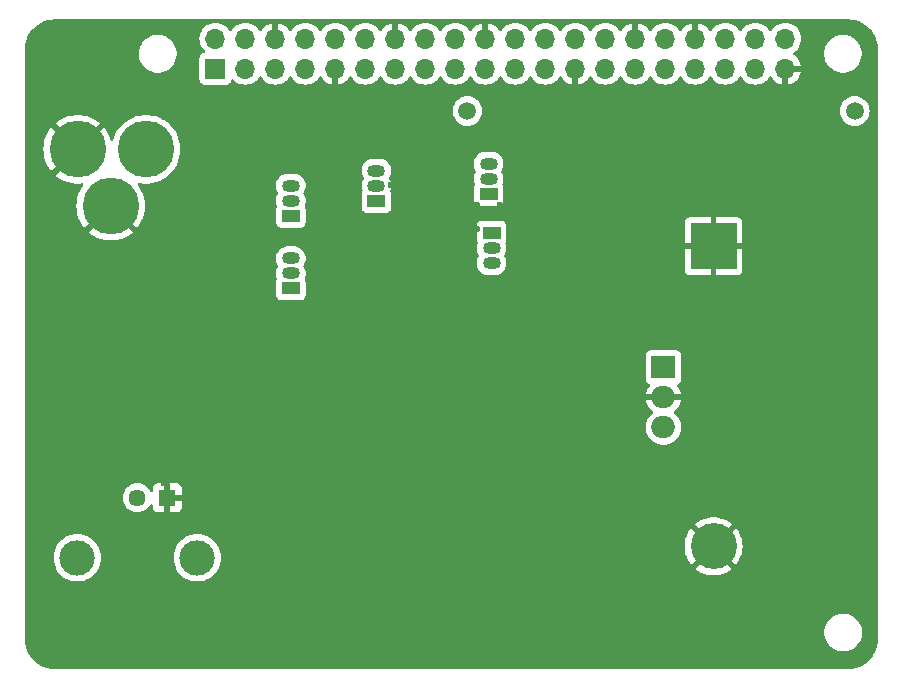
<source format=gbl>
%TF.GenerationSoftware,KiCad,Pcbnew,8.0.3-8.0.3-0~ubuntu23.10.1*%
%TF.CreationDate,2025-08-07T11:45:46-04:00*%
%TF.ProjectId,28mhz_new,32386d68-7a5f-46e6-9577-2e6b69636164,rev?*%
%TF.SameCoordinates,Original*%
%TF.FileFunction,Copper,L2,Bot*%
%TF.FilePolarity,Positive*%
%FSLAX46Y46*%
G04 Gerber Fmt 4.6, Leading zero omitted, Abs format (unit mm)*
G04 Created by KiCad (PCBNEW 8.0.3-8.0.3-0~ubuntu23.10.1) date 2025-08-07 11:45:46*
%MOMM*%
%LPD*%
G01*
G04 APERTURE LIST*
%TA.AperFunction,ComponentPad*%
%ADD10C,4.800000*%
%TD*%
%TA.AperFunction,ComponentPad*%
%ADD11C,3.900000*%
%TD*%
%TA.AperFunction,ComponentPad*%
%ADD12R,3.900000X3.900000*%
%TD*%
%TA.AperFunction,ComponentPad*%
%ADD13C,3.000000*%
%TD*%
%TA.AperFunction,ComponentPad*%
%ADD14C,1.446000*%
%TD*%
%TA.AperFunction,ComponentPad*%
%ADD15R,1.446000X1.446000*%
%TD*%
%TA.AperFunction,ComponentPad*%
%ADD16O,1.700000X1.700000*%
%TD*%
%TA.AperFunction,ComponentPad*%
%ADD17R,1.700000X1.700000*%
%TD*%
%TA.AperFunction,ComponentPad*%
%ADD18R,1.500000X1.050000*%
%TD*%
%TA.AperFunction,ComponentPad*%
%ADD19O,1.500000X1.050000*%
%TD*%
%TA.AperFunction,ComponentPad*%
%ADD20R,2.000000X1.905000*%
%TD*%
%TA.AperFunction,ComponentPad*%
%ADD21O,2.000000X1.905000*%
%TD*%
%TA.AperFunction,ComponentPad*%
%ADD22C,1.500000*%
%TD*%
%TA.AperFunction,ViaPad*%
%ADD23C,0.600000*%
%TD*%
G04 APERTURE END LIST*
D10*
%TO.P,J2,1,POWER*%
%TO.N,/VCC*%
X74500000Y-73500000D03*
%TO.P,J2,2,GND_1*%
%TO.N,0*%
X68700000Y-73500000D03*
%TO.P,J2,3,GND_2*%
X71500000Y-78300000D03*
%TD*%
D11*
%TO.P,H1,2,2*%
%TO.N,0*%
X122540000Y-107110000D03*
D12*
%TO.P,H1,1,1*%
X122540000Y-81710000D03*
%TD*%
D13*
%TO.P,B1,MH2,MH2*%
%TO.N,unconnected-(B1-PadMH2)*%
X68670000Y-108080000D03*
%TO.P,B1,MH1,MH1*%
%TO.N,unconnected-(B1-PadMH1)*%
X78830000Y-108080000D03*
D14*
%TO.P,B1,2,2*%
%TO.N,/RF_OUT*%
X73750000Y-103000000D03*
D15*
%TO.P,B1,1,1*%
%TO.N,0*%
X76290000Y-103000000D03*
%TD*%
D16*
%TO.P,J1,40,Pin_40*%
%TO.N,/GPIO21{slash}PCM.DOUT*%
X128630000Y-64130000D03*
%TO.P,J1,39,Pin_39*%
%TO.N,0*%
X128630000Y-66670000D03*
%TO.P,J1,38,Pin_38*%
%TO.N,/GPIO20{slash}PCM.DIN*%
X126090000Y-64130000D03*
%TO.P,J1,37,Pin_37*%
%TO.N,/GPIO26*%
X126090000Y-66670000D03*
%TO.P,J1,36,Pin_36*%
%TO.N,/GPIO16*%
X123550000Y-64130000D03*
%TO.P,J1,35,Pin_35*%
%TO.N,/GPIO19{slash}PCM.FS*%
X123550000Y-66670000D03*
%TO.P,J1,34,Pin_34*%
%TO.N,0*%
X121010000Y-64130000D03*
%TO.P,J1,33,Pin_33*%
%TO.N,/GPIO13{slash}PWM1*%
X121010000Y-66670000D03*
%TO.P,J1,32,Pin_32*%
%TO.N,/GPIO12{slash}PWM0*%
X118470000Y-64130000D03*
%TO.P,J1,31,Pin_31*%
%TO.N,/GPIO6*%
X118470000Y-66670000D03*
%TO.P,J1,30,Pin_30*%
%TO.N,0*%
X115930000Y-64130000D03*
%TO.P,J1,29,Pin_29*%
%TO.N,/GPIO5*%
X115930000Y-66670000D03*
%TO.P,J1,28,Pin_28*%
%TO.N,/ID_SCL*%
X113390000Y-64130000D03*
%TO.P,J1,27,Pin_27*%
%TO.N,/ID_SDA*%
X113390000Y-66670000D03*
%TO.P,J1,26,Pin_26*%
%TO.N,/GPIO7{slash}SPI0.CE1*%
X110850000Y-64130000D03*
%TO.P,J1,25,Pin_25*%
%TO.N,0*%
X110850000Y-66670000D03*
%TO.P,J1,24,Pin_24*%
%TO.N,/GPIO8{slash}SPI0.CE0*%
X108310000Y-64130000D03*
%TO.P,J1,23,Pin_23*%
%TO.N,/GPIO11{slash}SPI0.SCLK*%
X108310000Y-66670000D03*
%TO.P,J1,22,Pin_22*%
%TO.N,/GPIO25*%
X105770000Y-64130000D03*
%TO.P,J1,21,Pin_21*%
%TO.N,/GPIO9{slash}SPI0.MISO*%
X105770000Y-66670000D03*
%TO.P,J1,20,Pin_20*%
%TO.N,0*%
X103230000Y-64130000D03*
%TO.P,J1,19,Pin_19*%
%TO.N,/GPIO10{slash}SPI0.MOSI*%
X103230000Y-66670000D03*
%TO.P,J1,18,Pin_18*%
%TO.N,/GPIO24*%
X100690000Y-64130000D03*
%TO.P,J1,17,Pin_17*%
%TO.N,+3V3*%
X100690000Y-66670000D03*
%TO.P,J1,16,Pin_16*%
%TO.N,/GPIO23*%
X98150000Y-64130000D03*
%TO.P,J1,15,Pin_15*%
%TO.N,/GPIO22*%
X98150000Y-66670000D03*
%TO.P,J1,14,Pin_14*%
%TO.N,0*%
X95610000Y-64130000D03*
%TO.P,J1,13,Pin_13*%
%TO.N,/GPIO27*%
X95610000Y-66670000D03*
%TO.P,J1,12,Pin_12*%
%TO.N,/GPIO18{slash}PCM.CLK*%
X93070000Y-64130000D03*
%TO.P,J1,11,Pin_11*%
%TO.N,/GPIO17*%
X93070000Y-66670000D03*
%TO.P,J1,10,Pin_10*%
%TO.N,/GPIO15{slash}RXD0*%
X90530000Y-64130000D03*
%TO.P,J1,9,Pin_9*%
%TO.N,0*%
X90530000Y-66670000D03*
%TO.P,J1,8,Pin_8*%
%TO.N,/GPIO14{slash}TXD0*%
X87990000Y-64130000D03*
%TO.P,J1,7,Pin_7*%
%TO.N,/GPIO4{slash}GPCLK0*%
X87990000Y-66670000D03*
%TO.P,J1,6,Pin_6*%
%TO.N,0*%
X85450000Y-64130000D03*
%TO.P,J1,5,Pin_5*%
%TO.N,/GPIO3{slash}SCL1*%
X85450000Y-66670000D03*
%TO.P,J1,4,Pin_4*%
%TO.N,+5V*%
X82910000Y-64130000D03*
%TO.P,J1,3,Pin_3*%
%TO.N,/GPIO2{slash}SDA1*%
X82910000Y-66670000D03*
%TO.P,J1,2,Pin_2*%
%TO.N,+5V*%
X80370000Y-64130000D03*
D17*
%TO.P,J1,1,Pin_1*%
%TO.N,+3V3*%
X80370000Y-66670000D03*
%TD*%
D18*
%TO.P,QN2,1,E*%
%TO.N,Net-(QN1-C)*%
X86750000Y-79110000D03*
D19*
%TO.P,QN2,2,B*%
%TO.N,Net-(QN2-B)*%
X86750000Y-77840000D03*
%TO.P,QN2,3,C*%
%TO.N,Net-(QN2-C)*%
X86750000Y-76570000D03*
%TD*%
D20*
%TO.P,M1,1,G*%
%TO.N,Net-(M1-G)*%
X118305000Y-91960000D03*
D21*
%TO.P,M1,2,S*%
%TO.N,0*%
X118305000Y-94500000D03*
%TO.P,M1,3,D*%
%TO.N,Net-(M1-D)*%
X118305000Y-97040000D03*
%TD*%
D22*
%TO.P,L1,2*%
%TO.N,Net-(M1-D)*%
X134500000Y-70250000D03*
%TO.P,L1,1*%
%TO.N,/VCC*%
X101700000Y-70250000D03*
%TD*%
D19*
%TO.P,QN1,3,C*%
%TO.N,Net-(QN1-C)*%
X86750000Y-82730000D03*
%TO.P,QN1,2,B*%
%TO.N,Net-(QN1-B)*%
X86750000Y-84000000D03*
D18*
%TO.P,QN1,1,E*%
%TO.N,Net-(QN1-E)*%
X86750000Y-85270000D03*
%TD*%
%TO.P,QN4,1,E*%
%TO.N,Net-(QN4-E)*%
X103500000Y-77270000D03*
D19*
%TO.P,QN4,2,B*%
%TO.N,Net-(QN4-B)*%
X103500000Y-76000000D03*
%TO.P,QN4,3,C*%
%TO.N,Net-(QN4-C)*%
X103500000Y-74730000D03*
%TD*%
D18*
%TO.P,QN3,1,E*%
%TO.N,Net-(QN3-E)*%
X94000000Y-77840000D03*
D19*
%TO.P,QN3,2,B*%
%TO.N,Net-(QN2-C)*%
X94000000Y-76570000D03*
%TO.P,QN3,3,C*%
%TO.N,/VCC*%
X94000000Y-75300000D03*
%TD*%
%TO.P,QP1,3,C*%
%TO.N,Net-(QP1-C)*%
X103750000Y-83110000D03*
%TO.P,QP1,2,B*%
%TO.N,Net-(QP1-B)*%
X103750000Y-81840000D03*
D18*
%TO.P,QP1,1,E*%
%TO.N,Net-(QN4-E)*%
X103750000Y-80570000D03*
%TD*%
D23*
%TO.N,0*%
X117250000Y-89500000D03*
X114250000Y-86750000D03*
X115750000Y-86750000D03*
X117250000Y-86750000D03*
X112700000Y-86770000D03*
X102250000Y-73250000D03*
X102000000Y-74500000D03*
X99750000Y-72500000D03*
X101000000Y-73250000D03*
X101000000Y-74500000D03*
X88750000Y-86680000D03*
X88750000Y-89140000D03*
X89870000Y-87920000D03*
X102500000Y-80250000D03*
X101400000Y-84940000D03*
X101400000Y-87740000D03*
X100220000Y-86340000D03*
X100980000Y-83840000D03*
X99750000Y-84960000D03*
X98530000Y-83840000D03*
X113490000Y-96930000D03*
X116000000Y-96930000D03*
X114750000Y-95810000D03*
X94750000Y-109960000D03*
X97260000Y-109960000D03*
X96000000Y-108840000D03*
X96250000Y-89500000D03*
X97370000Y-90750000D03*
X91220000Y-83440000D03*
X92620000Y-84620000D03*
X95370000Y-84620000D03*
X96770000Y-83440000D03*
X94000000Y-83440000D03*
X79575000Y-89250000D03*
X79575000Y-86250000D03*
X80750000Y-87750000D03*
X81500000Y-86160000D03*
X84500000Y-86160000D03*
X83000000Y-87500000D03*
X80925000Y-76500000D03*
X81000000Y-81250000D03*
X95250000Y-76500000D03*
X96250000Y-76500000D03*
X84500000Y-75000000D03*
X84500000Y-76750000D03*
X87750000Y-75500000D03*
X88750000Y-75500000D03*
X107750000Y-83750000D03*
X108500000Y-93250000D03*
X108500000Y-91250000D03*
X109750000Y-94500000D03*
X108500000Y-94500000D03*
X111000000Y-94500000D03*
X108500000Y-85250000D03*
X108500000Y-89250000D03*
X108500000Y-87250000D03*
X111000000Y-89250000D03*
X111000000Y-87250000D03*
X111000000Y-85250000D03*
X111000000Y-83250000D03*
X79000000Y-74500000D03*
X78000000Y-75500000D03*
X77250000Y-76500000D03*
X77250000Y-77750000D03*
X77250000Y-79000000D03*
X77250000Y-80250000D03*
X77250000Y-81500000D03*
X77500000Y-82750000D03*
X78500000Y-83750000D03*
X79500000Y-84750000D03*
X80750000Y-85250000D03*
X82000000Y-85250000D03*
X82000000Y-83000000D03*
X80750000Y-83000000D03*
X79750000Y-82000000D03*
X79250000Y-81000000D03*
X79250000Y-79750000D03*
X79250000Y-78500000D03*
X79250000Y-77250000D03*
X80000000Y-76500000D03*
X112250000Y-94500000D03*
X114000000Y-94500000D03*
X115750000Y-94500000D03*
X114000000Y-89500000D03*
X109750000Y-82000000D03*
X108250000Y-80500000D03*
X106500000Y-79250000D03*
X104500000Y-79250000D03*
X104500000Y-78250000D03*
X102500000Y-79250000D03*
X102500000Y-78250000D03*
X103250000Y-73250000D03*
X104750000Y-73250000D03*
X76000000Y-101750000D03*
X75750000Y-98750000D03*
X77250000Y-100250000D03*
X77750000Y-104500000D03*
X76250000Y-104750000D03*
X78000000Y-103000000D03*
X106750000Y-82750000D03*
X105750000Y-81750000D03*
X112500000Y-89500000D03*
%TD*%
%TA.AperFunction,Conductor*%
%TO.N,0*%
G36*
X133961736Y-62500726D02*
G01*
X134251796Y-62518271D01*
X134266659Y-62520076D01*
X134548798Y-62571780D01*
X134563335Y-62575363D01*
X134837172Y-62660695D01*
X134851163Y-62666000D01*
X135112743Y-62783727D01*
X135125989Y-62790680D01*
X135371465Y-62939075D01*
X135383776Y-62947573D01*
X135567487Y-63091501D01*
X135609573Y-63124473D01*
X135620781Y-63134403D01*
X135823596Y-63337218D01*
X135833526Y-63348426D01*
X135953481Y-63501538D01*
X136010422Y-63574217D01*
X136018928Y-63586540D01*
X136167316Y-63832004D01*
X136174275Y-63845263D01*
X136291997Y-64106831D01*
X136297306Y-64120832D01*
X136382635Y-64394663D01*
X136386219Y-64409201D01*
X136437923Y-64691340D01*
X136439728Y-64706205D01*
X136457274Y-64996263D01*
X136457500Y-65003750D01*
X136457500Y-114996249D01*
X136457274Y-115003736D01*
X136439728Y-115293794D01*
X136437923Y-115308659D01*
X136386219Y-115590798D01*
X136382635Y-115605336D01*
X136297306Y-115879167D01*
X136291997Y-115893168D01*
X136174275Y-116154736D01*
X136167316Y-116167995D01*
X136018928Y-116413459D01*
X136010422Y-116425782D01*
X135833526Y-116651573D01*
X135823596Y-116662781D01*
X135620781Y-116865596D01*
X135609573Y-116875526D01*
X135383782Y-117052422D01*
X135371459Y-117060928D01*
X135125995Y-117209316D01*
X135112736Y-117216275D01*
X134851168Y-117333997D01*
X134837167Y-117339306D01*
X134563336Y-117424635D01*
X134548798Y-117428219D01*
X134266659Y-117479923D01*
X134251794Y-117481728D01*
X133961736Y-117499274D01*
X133954249Y-117499500D01*
X66753751Y-117499500D01*
X66746264Y-117499274D01*
X66456205Y-117481728D01*
X66441340Y-117479923D01*
X66159201Y-117428219D01*
X66144663Y-117424635D01*
X65870832Y-117339306D01*
X65856831Y-117333997D01*
X65595263Y-117216275D01*
X65582004Y-117209316D01*
X65336540Y-117060928D01*
X65324217Y-117052422D01*
X65098426Y-116875526D01*
X65087218Y-116865596D01*
X64884403Y-116662781D01*
X64874473Y-116651573D01*
X64697573Y-116425776D01*
X64689075Y-116413465D01*
X64540680Y-116167989D01*
X64533727Y-116154743D01*
X64416000Y-115893163D01*
X64410693Y-115879167D01*
X64325364Y-115605336D01*
X64321780Y-115590798D01*
X64270076Y-115308659D01*
X64268271Y-115293794D01*
X64264947Y-115238848D01*
X64250726Y-115003736D01*
X64250500Y-114996249D01*
X64250500Y-114274038D01*
X131909500Y-114274038D01*
X131909500Y-114525961D01*
X131948910Y-114774785D01*
X132026760Y-115014383D01*
X132141132Y-115238848D01*
X132289201Y-115442649D01*
X132289205Y-115442654D01*
X132467345Y-115620794D01*
X132467350Y-115620798D01*
X132645117Y-115749952D01*
X132671155Y-115768870D01*
X132814184Y-115841747D01*
X132895616Y-115883239D01*
X132895618Y-115883239D01*
X132895621Y-115883241D01*
X133135215Y-115961090D01*
X133384038Y-116000500D01*
X133384039Y-116000500D01*
X133635961Y-116000500D01*
X133635962Y-116000500D01*
X133884785Y-115961090D01*
X134124379Y-115883241D01*
X134348845Y-115768870D01*
X134552656Y-115620793D01*
X134730793Y-115442656D01*
X134878870Y-115238845D01*
X134993241Y-115014379D01*
X135071090Y-114774785D01*
X135110500Y-114525962D01*
X135110500Y-114274038D01*
X135071090Y-114025215D01*
X134993241Y-113785621D01*
X134993239Y-113785618D01*
X134993239Y-113785616D01*
X134951747Y-113704184D01*
X134878870Y-113561155D01*
X134859952Y-113535117D01*
X134730798Y-113357350D01*
X134730794Y-113357345D01*
X134552654Y-113179205D01*
X134552649Y-113179201D01*
X134348848Y-113031132D01*
X134348847Y-113031131D01*
X134348845Y-113031130D01*
X134278747Y-112995413D01*
X134124383Y-112916760D01*
X133884785Y-112838910D01*
X133635962Y-112799500D01*
X133384038Y-112799500D01*
X133259626Y-112819205D01*
X133135214Y-112838910D01*
X132895616Y-112916760D01*
X132671151Y-113031132D01*
X132467350Y-113179201D01*
X132467345Y-113179205D01*
X132289205Y-113357345D01*
X132289201Y-113357350D01*
X132141132Y-113561151D01*
X132026760Y-113785616D01*
X131948910Y-114025214D01*
X131909500Y-114274038D01*
X64250500Y-114274038D01*
X64250500Y-108079998D01*
X66664390Y-108079998D01*
X66664390Y-108080001D01*
X66684804Y-108365433D01*
X66745628Y-108645037D01*
X66845635Y-108913166D01*
X66982770Y-109164309D01*
X66982775Y-109164317D01*
X67154254Y-109393387D01*
X67154270Y-109393405D01*
X67356594Y-109595729D01*
X67356612Y-109595745D01*
X67585682Y-109767224D01*
X67585690Y-109767229D01*
X67836833Y-109904364D01*
X67836832Y-109904364D01*
X67836836Y-109904365D01*
X67836839Y-109904367D01*
X68104954Y-110004369D01*
X68104960Y-110004370D01*
X68104962Y-110004371D01*
X68384566Y-110065195D01*
X68384568Y-110065195D01*
X68384572Y-110065196D01*
X68638220Y-110083337D01*
X68669999Y-110085610D01*
X68670000Y-110085610D01*
X68670001Y-110085610D01*
X68698595Y-110083564D01*
X68955428Y-110065196D01*
X69235046Y-110004369D01*
X69503161Y-109904367D01*
X69754315Y-109767226D01*
X69983395Y-109595739D01*
X70185739Y-109393395D01*
X70357226Y-109164315D01*
X70494367Y-108913161D01*
X70594369Y-108645046D01*
X70655196Y-108365428D01*
X70675610Y-108080000D01*
X70675610Y-108079998D01*
X76824390Y-108079998D01*
X76824390Y-108080001D01*
X76844804Y-108365433D01*
X76905628Y-108645037D01*
X77005635Y-108913166D01*
X77142770Y-109164309D01*
X77142775Y-109164317D01*
X77314254Y-109393387D01*
X77314270Y-109393405D01*
X77516594Y-109595729D01*
X77516612Y-109595745D01*
X77745682Y-109767224D01*
X77745690Y-109767229D01*
X77996833Y-109904364D01*
X77996832Y-109904364D01*
X77996836Y-109904365D01*
X77996839Y-109904367D01*
X78264954Y-110004369D01*
X78264960Y-110004370D01*
X78264962Y-110004371D01*
X78544566Y-110065195D01*
X78544568Y-110065195D01*
X78544572Y-110065196D01*
X78798220Y-110083337D01*
X78829999Y-110085610D01*
X78830000Y-110085610D01*
X78830001Y-110085610D01*
X78858595Y-110083564D01*
X79115428Y-110065196D01*
X79395046Y-110004369D01*
X79663161Y-109904367D01*
X79914315Y-109767226D01*
X80143395Y-109595739D01*
X80345739Y-109393395D01*
X80517226Y-109164315D01*
X80654367Y-108913161D01*
X80754369Y-108645046D01*
X80815196Y-108365428D01*
X80835610Y-108080000D01*
X80815196Y-107794572D01*
X80799082Y-107720499D01*
X80754371Y-107514962D01*
X80754370Y-107514960D01*
X80754369Y-107514954D01*
X80654367Y-107246839D01*
X80579646Y-107109999D01*
X80579643Y-107109994D01*
X120085156Y-107109994D01*
X120085156Y-107110005D01*
X120104511Y-107417663D01*
X120104512Y-107417670D01*
X120162280Y-107720499D01*
X120257544Y-108013689D01*
X120257546Y-108013694D01*
X120388802Y-108292626D01*
X120388805Y-108292632D01*
X120553987Y-108552919D01*
X120553990Y-108552923D01*
X120639799Y-108656647D01*
X121460524Y-107835922D01*
X121548415Y-107956893D01*
X121693107Y-108101585D01*
X121814076Y-108189474D01*
X120990767Y-109012783D01*
X120990768Y-109012785D01*
X121224617Y-109182685D01*
X121224635Y-109182697D01*
X121494778Y-109331209D01*
X121494786Y-109331213D01*
X121781406Y-109444693D01*
X122080008Y-109521361D01*
X122080017Y-109521363D01*
X122385847Y-109559999D01*
X122385861Y-109560000D01*
X122694139Y-109560000D01*
X122694152Y-109559999D01*
X122999982Y-109521363D01*
X122999991Y-109521361D01*
X123298593Y-109444693D01*
X123585213Y-109331213D01*
X123585221Y-109331209D01*
X123855364Y-109182697D01*
X123855382Y-109182685D01*
X124089230Y-109012785D01*
X124089231Y-109012783D01*
X123265922Y-108189475D01*
X123386893Y-108101585D01*
X123531585Y-107956893D01*
X123619475Y-107835922D01*
X124440199Y-108656647D01*
X124526014Y-108552916D01*
X124691194Y-108292632D01*
X124691197Y-108292626D01*
X124822453Y-108013694D01*
X124822455Y-108013689D01*
X124917719Y-107720499D01*
X124975487Y-107417670D01*
X124975488Y-107417663D01*
X124994844Y-107110005D01*
X124994844Y-107109994D01*
X124975488Y-106802336D01*
X124975487Y-106802329D01*
X124917719Y-106499500D01*
X124822455Y-106206310D01*
X124822453Y-106206305D01*
X124691197Y-105927373D01*
X124691194Y-105927367D01*
X124526017Y-105667088D01*
X124440198Y-105563351D01*
X123619474Y-106384076D01*
X123531585Y-106263107D01*
X123386893Y-106118415D01*
X123265922Y-106030524D01*
X124089231Y-105207215D01*
X124089230Y-105207214D01*
X123855382Y-105037314D01*
X123855364Y-105037302D01*
X123585221Y-104888790D01*
X123585213Y-104888786D01*
X123298593Y-104775306D01*
X122999991Y-104698638D01*
X122999982Y-104698636D01*
X122694152Y-104660000D01*
X122385847Y-104660000D01*
X122080017Y-104698636D01*
X122080008Y-104698638D01*
X121781406Y-104775306D01*
X121494786Y-104888786D01*
X121494778Y-104888790D01*
X121224632Y-105037304D01*
X121224627Y-105037307D01*
X120990768Y-105207214D01*
X120990768Y-105207215D01*
X121814077Y-106030524D01*
X121693107Y-106118415D01*
X121548415Y-106263107D01*
X121460524Y-106384076D01*
X120639799Y-105563351D01*
X120553985Y-105667083D01*
X120388805Y-105927367D01*
X120388802Y-105927373D01*
X120257546Y-106206305D01*
X120257544Y-106206310D01*
X120162280Y-106499500D01*
X120104512Y-106802329D01*
X120104511Y-106802336D01*
X120085156Y-107109994D01*
X80579643Y-107109994D01*
X80517229Y-106995690D01*
X80517224Y-106995682D01*
X80345745Y-106766612D01*
X80345729Y-106766594D01*
X80143405Y-106564270D01*
X80143387Y-106564254D01*
X79914317Y-106392775D01*
X79914309Y-106392770D01*
X79663166Y-106255635D01*
X79663167Y-106255635D01*
X79530908Y-106206305D01*
X79395046Y-106155631D01*
X79395043Y-106155630D01*
X79395037Y-106155628D01*
X79115433Y-106094804D01*
X78830001Y-106074390D01*
X78829999Y-106074390D01*
X78544566Y-106094804D01*
X78264962Y-106155628D01*
X77996833Y-106255635D01*
X77745690Y-106392770D01*
X77745682Y-106392775D01*
X77516612Y-106564254D01*
X77516594Y-106564270D01*
X77314270Y-106766594D01*
X77314254Y-106766612D01*
X77142775Y-106995682D01*
X77142770Y-106995690D01*
X77005635Y-107246833D01*
X76905628Y-107514962D01*
X76844804Y-107794566D01*
X76824390Y-108079998D01*
X70675610Y-108079998D01*
X70655196Y-107794572D01*
X70639082Y-107720499D01*
X70594371Y-107514962D01*
X70594370Y-107514960D01*
X70594369Y-107514954D01*
X70494367Y-107246839D01*
X70419646Y-107109999D01*
X70357229Y-106995690D01*
X70357224Y-106995682D01*
X70185745Y-106766612D01*
X70185729Y-106766594D01*
X69983405Y-106564270D01*
X69983387Y-106564254D01*
X69754317Y-106392775D01*
X69754309Y-106392770D01*
X69503166Y-106255635D01*
X69503167Y-106255635D01*
X69370908Y-106206305D01*
X69235046Y-106155631D01*
X69235043Y-106155630D01*
X69235037Y-106155628D01*
X68955433Y-106094804D01*
X68670001Y-106074390D01*
X68669999Y-106074390D01*
X68384566Y-106094804D01*
X68104962Y-106155628D01*
X67836833Y-106255635D01*
X67585690Y-106392770D01*
X67585682Y-106392775D01*
X67356612Y-106564254D01*
X67356594Y-106564270D01*
X67154270Y-106766594D01*
X67154254Y-106766612D01*
X66982775Y-106995682D01*
X66982770Y-106995690D01*
X66845635Y-107246833D01*
X66745628Y-107514962D01*
X66684804Y-107794566D01*
X66664390Y-108079998D01*
X64250500Y-108079998D01*
X64250500Y-102999999D01*
X72521826Y-102999999D01*
X72521826Y-103000000D01*
X72540484Y-103213265D01*
X72540486Y-103213275D01*
X72595891Y-103420052D01*
X72595893Y-103420056D01*
X72595894Y-103420060D01*
X72607524Y-103445000D01*
X72686370Y-103614087D01*
X72686372Y-103614091D01*
X72809160Y-103789450D01*
X72809165Y-103789456D01*
X72960543Y-103940834D01*
X72960549Y-103940839D01*
X73135908Y-104063627D01*
X73135910Y-104063628D01*
X73135913Y-104063630D01*
X73329940Y-104154106D01*
X73536730Y-104209515D01*
X73690862Y-104223000D01*
X73749999Y-104228174D01*
X73750000Y-104228174D01*
X73750001Y-104228174D01*
X73785545Y-104225064D01*
X73963270Y-104209515D01*
X74170060Y-104154106D01*
X74364087Y-104063630D01*
X74539455Y-103940836D01*
X74690836Y-103789455D01*
X74813630Y-103614087D01*
X74830618Y-103577655D01*
X74876790Y-103525216D01*
X74943983Y-103506064D01*
X75010864Y-103526279D01*
X75056199Y-103579444D01*
X75067000Y-103630060D01*
X75067000Y-103770844D01*
X75073401Y-103830372D01*
X75073403Y-103830379D01*
X75123645Y-103965086D01*
X75123649Y-103965093D01*
X75209809Y-104080187D01*
X75209812Y-104080190D01*
X75324906Y-104166350D01*
X75324913Y-104166354D01*
X75459620Y-104216596D01*
X75459627Y-104216598D01*
X75519155Y-104222999D01*
X75519172Y-104223000D01*
X76040000Y-104223000D01*
X76040000Y-103369504D01*
X76118236Y-103414674D01*
X76231415Y-103445000D01*
X76348585Y-103445000D01*
X76461764Y-103414674D01*
X76540000Y-103369504D01*
X76540000Y-104223000D01*
X77060828Y-104223000D01*
X77060844Y-104222999D01*
X77120372Y-104216598D01*
X77120379Y-104216596D01*
X77255086Y-104166354D01*
X77255093Y-104166350D01*
X77370187Y-104080190D01*
X77370190Y-104080187D01*
X77456350Y-103965093D01*
X77456354Y-103965086D01*
X77506596Y-103830379D01*
X77506598Y-103830372D01*
X77512999Y-103770844D01*
X77513000Y-103770827D01*
X77513000Y-103250000D01*
X76659504Y-103250000D01*
X76704674Y-103171764D01*
X76735000Y-103058585D01*
X76735000Y-102941415D01*
X76704674Y-102828236D01*
X76659504Y-102750000D01*
X77513000Y-102750000D01*
X77513000Y-102229172D01*
X77512999Y-102229155D01*
X77506598Y-102169627D01*
X77506596Y-102169620D01*
X77456354Y-102034913D01*
X77456350Y-102034906D01*
X77370190Y-101919812D01*
X77370187Y-101919809D01*
X77255093Y-101833649D01*
X77255086Y-101833645D01*
X77120379Y-101783403D01*
X77120372Y-101783401D01*
X77060844Y-101777000D01*
X76540000Y-101777000D01*
X76540000Y-102630495D01*
X76461764Y-102585326D01*
X76348585Y-102555000D01*
X76231415Y-102555000D01*
X76118236Y-102585326D01*
X76040000Y-102630495D01*
X76040000Y-101777000D01*
X75519155Y-101777000D01*
X75459627Y-101783401D01*
X75459620Y-101783403D01*
X75324913Y-101833645D01*
X75324906Y-101833649D01*
X75209812Y-101919809D01*
X75209809Y-101919812D01*
X75123649Y-102034906D01*
X75123645Y-102034913D01*
X75073403Y-102169620D01*
X75073401Y-102169627D01*
X75067000Y-102229155D01*
X75067000Y-102369939D01*
X75047315Y-102436978D01*
X74994511Y-102482733D01*
X74925353Y-102492677D01*
X74861797Y-102463652D01*
X74830618Y-102422344D01*
X74813630Y-102385913D01*
X74813627Y-102385909D01*
X74813627Y-102385908D01*
X74690839Y-102210549D01*
X74690834Y-102210543D01*
X74539456Y-102059165D01*
X74539450Y-102059160D01*
X74364091Y-101936372D01*
X74364087Y-101936370D01*
X74328572Y-101919809D01*
X74170060Y-101845894D01*
X74170056Y-101845893D01*
X74170052Y-101845891D01*
X73963275Y-101790486D01*
X73963265Y-101790484D01*
X73750001Y-101771826D01*
X73749999Y-101771826D01*
X73536734Y-101790484D01*
X73536724Y-101790486D01*
X73329947Y-101845891D01*
X73329938Y-101845895D01*
X73135912Y-101936370D01*
X73135908Y-101936372D01*
X72960549Y-102059160D01*
X72960543Y-102059165D01*
X72809165Y-102210543D01*
X72809160Y-102210549D01*
X72686372Y-102385908D01*
X72686370Y-102385912D01*
X72595895Y-102579938D01*
X72595891Y-102579947D01*
X72540486Y-102786724D01*
X72540484Y-102786734D01*
X72521826Y-102999999D01*
X64250500Y-102999999D01*
X64250500Y-90959635D01*
X116804500Y-90959635D01*
X116804500Y-92960370D01*
X116804501Y-92960376D01*
X116810908Y-93019983D01*
X116861202Y-93154828D01*
X116861206Y-93154835D01*
X116947452Y-93270044D01*
X116947455Y-93270047D01*
X117062664Y-93356293D01*
X117062667Y-93356295D01*
X117062668Y-93356295D01*
X117062669Y-93356296D01*
X117091025Y-93366872D01*
X117146958Y-93408742D01*
X117171376Y-93474206D01*
X117156525Y-93542479D01*
X117148010Y-93555939D01*
X117015213Y-93738719D01*
X116911417Y-93942429D01*
X116840765Y-94159871D01*
X116826491Y-94250000D01*
X117814252Y-94250000D01*
X117792482Y-94287708D01*
X117755000Y-94427591D01*
X117755000Y-94572409D01*
X117792482Y-94712292D01*
X117814252Y-94750000D01*
X116826491Y-94750000D01*
X116840765Y-94840128D01*
X116911417Y-95057570D01*
X117015211Y-95261276D01*
X117149597Y-95446242D01*
X117311257Y-95607902D01*
X117311263Y-95607907D01*
X117395863Y-95669372D01*
X117438529Y-95724701D01*
X117444508Y-95794315D01*
X117411903Y-95856110D01*
X117395864Y-95870007D01*
X117310940Y-95931709D01*
X117310931Y-95931716D01*
X117149216Y-96093431D01*
X117149216Y-96093432D01*
X117149214Y-96093434D01*
X117091480Y-96172896D01*
X117014783Y-96278461D01*
X116910950Y-96482244D01*
X116840278Y-96699750D01*
X116840278Y-96699753D01*
X116804500Y-96925646D01*
X116804500Y-97154353D01*
X116840278Y-97380246D01*
X116840278Y-97380249D01*
X116910950Y-97597755D01*
X116910952Y-97597758D01*
X117014783Y-97801538D01*
X117149214Y-97986566D01*
X117310934Y-98148286D01*
X117495962Y-98282717D01*
X117699742Y-98386548D01*
X117699744Y-98386549D01*
X117917251Y-98457221D01*
X117917252Y-98457221D01*
X117917255Y-98457222D01*
X118143146Y-98493000D01*
X118143147Y-98493000D01*
X118466853Y-98493000D01*
X118466854Y-98493000D01*
X118692745Y-98457222D01*
X118692748Y-98457221D01*
X118692749Y-98457221D01*
X118910255Y-98386549D01*
X118910255Y-98386548D01*
X118910258Y-98386548D01*
X119114038Y-98282717D01*
X119299066Y-98148286D01*
X119460786Y-97986566D01*
X119595217Y-97801538D01*
X119699048Y-97597758D01*
X119769722Y-97380245D01*
X119805500Y-97154354D01*
X119805500Y-96925646D01*
X119769722Y-96699755D01*
X119769721Y-96699751D01*
X119769721Y-96699750D01*
X119699049Y-96482244D01*
X119595216Y-96278461D01*
X119460786Y-96093434D01*
X119299066Y-95931714D01*
X119214134Y-95870007D01*
X119171470Y-95814678D01*
X119165491Y-95745064D01*
X119198097Y-95683269D01*
X119214137Y-95669371D01*
X119298739Y-95607905D01*
X119460402Y-95446242D01*
X119594788Y-95261276D01*
X119698582Y-95057570D01*
X119769234Y-94840128D01*
X119783509Y-94750000D01*
X118795748Y-94750000D01*
X118817518Y-94712292D01*
X118855000Y-94572409D01*
X118855000Y-94427591D01*
X118817518Y-94287708D01*
X118795748Y-94250000D01*
X119783509Y-94250000D01*
X119769234Y-94159871D01*
X119698582Y-93942429D01*
X119594788Y-93738723D01*
X119461988Y-93555940D01*
X119438508Y-93490133D01*
X119454333Y-93422079D01*
X119504439Y-93373384D01*
X119518966Y-93366875D01*
X119547331Y-93356296D01*
X119662546Y-93270046D01*
X119748796Y-93154831D01*
X119799091Y-93019983D01*
X119805500Y-92960373D01*
X119805499Y-90959628D01*
X119799091Y-90900017D01*
X119748796Y-90765169D01*
X119748795Y-90765168D01*
X119748793Y-90765164D01*
X119662547Y-90649955D01*
X119662544Y-90649952D01*
X119547335Y-90563706D01*
X119547328Y-90563702D01*
X119412482Y-90513408D01*
X119412483Y-90513408D01*
X119352883Y-90507001D01*
X119352881Y-90507000D01*
X119352873Y-90507000D01*
X119352864Y-90507000D01*
X117257129Y-90507000D01*
X117257123Y-90507001D01*
X117197516Y-90513408D01*
X117062671Y-90563702D01*
X117062664Y-90563706D01*
X116947455Y-90649952D01*
X116947452Y-90649955D01*
X116861206Y-90765164D01*
X116861202Y-90765171D01*
X116810908Y-90900017D01*
X116804501Y-90959616D01*
X116804501Y-90959623D01*
X116804500Y-90959635D01*
X64250500Y-90959635D01*
X64250500Y-82628992D01*
X85499500Y-82628992D01*
X85499500Y-82831007D01*
X85538907Y-83029119D01*
X85538909Y-83029127D01*
X85616213Y-83215755D01*
X85669904Y-83296109D01*
X85690782Y-83362787D01*
X85672297Y-83430167D01*
X85669904Y-83433891D01*
X85616213Y-83514244D01*
X85538909Y-83700872D01*
X85538907Y-83700880D01*
X85499500Y-83898992D01*
X85499500Y-84101007D01*
X85538907Y-84299119D01*
X85538909Y-84299127D01*
X85572325Y-84379800D01*
X85579794Y-84449270D01*
X85560038Y-84494660D01*
X85560454Y-84494887D01*
X85557919Y-84499528D01*
X85557037Y-84501556D01*
X85556206Y-84502665D01*
X85556202Y-84502672D01*
X85505908Y-84637517D01*
X85499501Y-84697116D01*
X85499501Y-84697123D01*
X85499500Y-84697135D01*
X85499500Y-85842870D01*
X85499501Y-85842876D01*
X85505908Y-85902483D01*
X85556202Y-86037328D01*
X85556206Y-86037335D01*
X85642452Y-86152544D01*
X85642455Y-86152547D01*
X85757664Y-86238793D01*
X85757671Y-86238797D01*
X85892517Y-86289091D01*
X85892516Y-86289091D01*
X85899444Y-86289835D01*
X85952127Y-86295500D01*
X87547872Y-86295499D01*
X87607483Y-86289091D01*
X87742331Y-86238796D01*
X87857546Y-86152546D01*
X87943796Y-86037331D01*
X87994091Y-85902483D01*
X88000500Y-85842873D01*
X88000499Y-84697128D01*
X87994091Y-84637517D01*
X87943796Y-84502669D01*
X87942967Y-84501562D01*
X87942485Y-84500268D01*
X87939546Y-84494886D01*
X87940319Y-84494463D01*
X87918551Y-84436099D01*
X87927675Y-84379798D01*
X87961089Y-84299132D01*
X87961089Y-84299131D01*
X87961091Y-84299127D01*
X88000500Y-84101003D01*
X88000500Y-83898997D01*
X87961091Y-83700873D01*
X87883786Y-83514244D01*
X87830094Y-83433889D01*
X87809217Y-83367214D01*
X87827701Y-83299834D01*
X87830078Y-83296134D01*
X87883786Y-83215756D01*
X87961091Y-83029127D01*
X88000500Y-82831003D01*
X88000500Y-82628997D01*
X87961091Y-82430873D01*
X87883786Y-82244244D01*
X87883784Y-82244241D01*
X87883782Y-82244237D01*
X87771558Y-82076281D01*
X87628718Y-81933441D01*
X87460762Y-81821217D01*
X87460752Y-81821212D01*
X87274127Y-81743909D01*
X87274119Y-81743907D01*
X87076007Y-81704500D01*
X87076003Y-81704500D01*
X86423997Y-81704500D01*
X86423992Y-81704500D01*
X86225880Y-81743907D01*
X86225872Y-81743909D01*
X86039247Y-81821212D01*
X86039237Y-81821217D01*
X85871281Y-81933441D01*
X85728441Y-82076281D01*
X85616217Y-82244237D01*
X85616212Y-82244247D01*
X85538909Y-82430872D01*
X85538907Y-82430880D01*
X85499500Y-82628992D01*
X64250500Y-82628992D01*
X64250500Y-73499996D01*
X65795085Y-73499996D01*
X65795085Y-73500003D01*
X65814727Y-73837240D01*
X65814728Y-73837251D01*
X65873383Y-74169902D01*
X65873385Y-74169911D01*
X65970273Y-74493540D01*
X66104069Y-74803714D01*
X66104075Y-74803727D01*
X66272979Y-75096278D01*
X66474705Y-75367241D01*
X66476889Y-75369556D01*
X67405747Y-74440697D01*
X67479588Y-74542330D01*
X67657670Y-74720412D01*
X67759300Y-74794250D01*
X66833798Y-75719752D01*
X66833799Y-75719753D01*
X66965301Y-75830097D01*
X67247545Y-76015731D01*
X67549414Y-76167336D01*
X67549420Y-76167339D01*
X67866848Y-76282873D01*
X67866869Y-76282880D01*
X68195551Y-76360780D01*
X68195566Y-76360782D01*
X68531100Y-76399999D01*
X68531101Y-76400000D01*
X68868899Y-76400000D01*
X68868899Y-76399999D01*
X69054572Y-76378298D01*
X69123443Y-76390067D01*
X69175019Y-76437202D01*
X69192924Y-76504739D01*
X69171473Y-76571234D01*
X69168431Y-76575507D01*
X69072978Y-76703722D01*
X68904075Y-76996272D01*
X68904069Y-76996285D01*
X68770273Y-77306459D01*
X68673385Y-77630088D01*
X68673383Y-77630097D01*
X68614728Y-77962748D01*
X68614727Y-77962759D01*
X68595085Y-78299996D01*
X68595085Y-78300003D01*
X68614727Y-78637240D01*
X68614728Y-78637251D01*
X68673383Y-78969902D01*
X68673385Y-78969911D01*
X68770273Y-79293540D01*
X68904069Y-79603714D01*
X68904075Y-79603727D01*
X69072979Y-79896278D01*
X69274705Y-80167241D01*
X69276889Y-80169556D01*
X70205747Y-79240697D01*
X70279588Y-79342330D01*
X70457670Y-79520412D01*
X70559300Y-79594250D01*
X69633798Y-80519752D01*
X69633799Y-80519753D01*
X69765301Y-80630097D01*
X70047545Y-80815731D01*
X70349414Y-80967336D01*
X70349420Y-80967339D01*
X70666848Y-81082873D01*
X70666869Y-81082880D01*
X70995551Y-81160780D01*
X70995566Y-81160782D01*
X71331100Y-81199999D01*
X71331101Y-81200000D01*
X71668899Y-81200000D01*
X71668899Y-81199999D01*
X72004433Y-81160782D01*
X72004448Y-81160780D01*
X72333130Y-81082880D01*
X72333151Y-81082873D01*
X72650579Y-80967339D01*
X72650585Y-80967336D01*
X72952454Y-80815731D01*
X73234692Y-80630101D01*
X73234693Y-80630100D01*
X73366199Y-80519753D01*
X73366200Y-80519752D01*
X72440698Y-79594251D01*
X72542330Y-79520412D01*
X72720412Y-79342330D01*
X72794251Y-79240698D01*
X73723109Y-80169556D01*
X73725299Y-80167235D01*
X73927020Y-79896278D01*
X74095924Y-79603727D01*
X74095930Y-79603714D01*
X74229726Y-79293540D01*
X74326614Y-78969911D01*
X74326616Y-78969902D01*
X74385271Y-78637251D01*
X74385272Y-78637240D01*
X74404915Y-78300003D01*
X74404915Y-78299996D01*
X74385272Y-77962759D01*
X74385271Y-77962748D01*
X74326616Y-77630097D01*
X74326614Y-77630088D01*
X74229726Y-77306459D01*
X74095930Y-76996285D01*
X74095924Y-76996272D01*
X73927020Y-76703721D01*
X73806236Y-76541481D01*
X73781992Y-76475952D01*
X73783525Y-76468992D01*
X85499500Y-76468992D01*
X85499500Y-76671007D01*
X85538907Y-76869119D01*
X85538909Y-76869127D01*
X85616213Y-77055755D01*
X85669904Y-77136109D01*
X85690782Y-77202787D01*
X85672297Y-77270167D01*
X85669904Y-77273891D01*
X85616213Y-77354244D01*
X85538909Y-77540872D01*
X85538907Y-77540880D01*
X85499500Y-77738992D01*
X85499500Y-77941007D01*
X85538907Y-78139119D01*
X85538909Y-78139127D01*
X85572325Y-78219800D01*
X85579794Y-78289270D01*
X85560038Y-78334660D01*
X85560454Y-78334887D01*
X85557919Y-78339528D01*
X85557037Y-78341556D01*
X85556206Y-78342665D01*
X85556202Y-78342672D01*
X85505908Y-78477517D01*
X85499501Y-78537116D01*
X85499501Y-78537123D01*
X85499500Y-78537135D01*
X85499500Y-79682870D01*
X85499501Y-79682876D01*
X85505908Y-79742483D01*
X85556202Y-79877328D01*
X85556206Y-79877335D01*
X85642452Y-79992544D01*
X85642455Y-79992547D01*
X85757664Y-80078793D01*
X85757671Y-80078797D01*
X85892517Y-80129091D01*
X85892516Y-80129091D01*
X85899444Y-80129835D01*
X85952127Y-80135500D01*
X87547872Y-80135499D01*
X87607483Y-80129091D01*
X87742331Y-80078796D01*
X87851416Y-79997135D01*
X102499500Y-79997135D01*
X102499500Y-81142870D01*
X102499501Y-81142876D01*
X102505908Y-81202483D01*
X102556202Y-81337328D01*
X102556203Y-81337330D01*
X102556204Y-81337331D01*
X102557028Y-81338432D01*
X102557509Y-81339721D01*
X102560454Y-81345114D01*
X102559678Y-81345537D01*
X102581448Y-81403895D01*
X102572325Y-81460198D01*
X102538910Y-81540868D01*
X102538907Y-81540880D01*
X102499500Y-81738992D01*
X102499500Y-81941007D01*
X102538907Y-82139119D01*
X102538909Y-82139127D01*
X102616213Y-82325755D01*
X102669904Y-82406109D01*
X102690782Y-82472787D01*
X102672297Y-82540167D01*
X102669904Y-82543891D01*
X102616213Y-82624244D01*
X102538909Y-82810872D01*
X102538907Y-82810880D01*
X102499500Y-83008992D01*
X102499500Y-83211007D01*
X102538907Y-83409119D01*
X102538909Y-83409127D01*
X102616212Y-83595752D01*
X102616217Y-83595762D01*
X102728441Y-83763718D01*
X102871281Y-83906558D01*
X103039237Y-84018782D01*
X103039241Y-84018784D01*
X103039244Y-84018786D01*
X103225873Y-84096091D01*
X103423992Y-84135499D01*
X103423996Y-84135500D01*
X103423997Y-84135500D01*
X104076004Y-84135500D01*
X104076005Y-84135499D01*
X104274127Y-84096091D01*
X104460756Y-84018786D01*
X104628718Y-83906558D01*
X104771558Y-83763718D01*
X104883786Y-83595756D01*
X104961091Y-83409127D01*
X105000500Y-83211003D01*
X105000500Y-83008997D01*
X104961091Y-82810873D01*
X104885755Y-82628997D01*
X104883787Y-82624246D01*
X104838783Y-82556893D01*
X104830094Y-82543889D01*
X104809217Y-82477214D01*
X104827701Y-82409834D01*
X104830078Y-82406134D01*
X104883786Y-82325756D01*
X104961091Y-82139127D01*
X105000500Y-81941003D01*
X105000500Y-81738997D01*
X104961091Y-81540873D01*
X104927673Y-81460198D01*
X104920205Y-81390730D01*
X104939964Y-81345340D01*
X104939547Y-81345112D01*
X104942095Y-81340444D01*
X104942972Y-81338431D01*
X104943796Y-81337331D01*
X104994091Y-81202483D01*
X105000500Y-81142873D01*
X105000499Y-79997128D01*
X104994091Y-79937517D01*
X104943796Y-79802669D01*
X104943795Y-79802668D01*
X104943793Y-79802664D01*
X104876038Y-79712155D01*
X120090000Y-79712155D01*
X120090000Y-81460000D01*
X121263391Y-81460000D01*
X121240000Y-81607688D01*
X121240000Y-81812312D01*
X121263391Y-81960000D01*
X120090000Y-81960000D01*
X120090000Y-83707844D01*
X120096401Y-83767372D01*
X120096403Y-83767379D01*
X120146645Y-83902086D01*
X120146649Y-83902093D01*
X120232809Y-84017187D01*
X120232812Y-84017190D01*
X120347906Y-84103350D01*
X120347913Y-84103354D01*
X120482620Y-84153596D01*
X120482627Y-84153598D01*
X120542155Y-84159999D01*
X120542172Y-84160000D01*
X122290000Y-84160000D01*
X122290000Y-82986608D01*
X122437688Y-83010000D01*
X122642312Y-83010000D01*
X122790000Y-82986608D01*
X122790000Y-84160000D01*
X124537828Y-84160000D01*
X124537844Y-84159999D01*
X124597372Y-84153598D01*
X124597379Y-84153596D01*
X124732086Y-84103354D01*
X124732093Y-84103350D01*
X124847187Y-84017190D01*
X124847190Y-84017187D01*
X124933350Y-83902093D01*
X124933354Y-83902086D01*
X124983596Y-83767379D01*
X124983598Y-83767372D01*
X124989999Y-83707844D01*
X124990000Y-83707827D01*
X124990000Y-81960000D01*
X123816609Y-81960000D01*
X123840000Y-81812312D01*
X123840000Y-81607688D01*
X123816609Y-81460000D01*
X124990000Y-81460000D01*
X124990000Y-79712172D01*
X124989999Y-79712155D01*
X124983598Y-79652627D01*
X124983596Y-79652620D01*
X124933354Y-79517913D01*
X124933350Y-79517906D01*
X124847190Y-79402812D01*
X124847187Y-79402809D01*
X124732093Y-79316649D01*
X124732086Y-79316645D01*
X124597379Y-79266403D01*
X124597372Y-79266401D01*
X124537844Y-79260000D01*
X122790000Y-79260000D01*
X122790000Y-80433391D01*
X122642312Y-80410000D01*
X122437688Y-80410000D01*
X122290000Y-80433391D01*
X122290000Y-79260000D01*
X120542155Y-79260000D01*
X120482627Y-79266401D01*
X120482620Y-79266403D01*
X120347913Y-79316645D01*
X120347906Y-79316649D01*
X120232812Y-79402809D01*
X120232809Y-79402812D01*
X120146649Y-79517906D01*
X120146645Y-79517913D01*
X120096403Y-79652620D01*
X120096401Y-79652627D01*
X120090000Y-79712155D01*
X104876038Y-79712155D01*
X104857547Y-79687455D01*
X104857544Y-79687452D01*
X104742335Y-79601206D01*
X104742328Y-79601202D01*
X104607482Y-79550908D01*
X104607483Y-79550908D01*
X104547883Y-79544501D01*
X104547881Y-79544500D01*
X104547873Y-79544500D01*
X104547864Y-79544500D01*
X102952129Y-79544500D01*
X102952123Y-79544501D01*
X102892516Y-79550908D01*
X102757671Y-79601202D01*
X102757664Y-79601206D01*
X102642455Y-79687452D01*
X102642452Y-79687455D01*
X102556206Y-79802664D01*
X102556202Y-79802671D01*
X102505908Y-79937517D01*
X102499992Y-79992547D01*
X102499501Y-79997123D01*
X102499500Y-79997135D01*
X87851416Y-79997135D01*
X87857546Y-79992546D01*
X87943796Y-79877331D01*
X87994091Y-79742483D01*
X88000500Y-79682873D01*
X88000499Y-78537128D01*
X87994091Y-78477517D01*
X87992213Y-78472483D01*
X87943797Y-78342671D01*
X87943796Y-78342670D01*
X87943796Y-78342669D01*
X87942967Y-78341562D01*
X87942485Y-78340268D01*
X87939546Y-78334886D01*
X87940319Y-78334463D01*
X87918551Y-78276099D01*
X87927675Y-78219798D01*
X87961089Y-78139132D01*
X87961089Y-78139131D01*
X87961091Y-78139127D01*
X88000500Y-77941003D01*
X88000500Y-77738997D01*
X87961091Y-77540873D01*
X87883786Y-77354244D01*
X87830094Y-77273889D01*
X87809217Y-77207214D01*
X87827701Y-77139834D01*
X87830078Y-77136134D01*
X87883786Y-77055756D01*
X87961091Y-76869127D01*
X88000500Y-76671003D01*
X88000500Y-76468997D01*
X87961091Y-76270873D01*
X87883786Y-76084244D01*
X87883784Y-76084241D01*
X87883782Y-76084237D01*
X87771558Y-75916281D01*
X87628718Y-75773441D01*
X87460762Y-75661217D01*
X87460752Y-75661212D01*
X87274127Y-75583909D01*
X87274119Y-75583907D01*
X87076007Y-75544500D01*
X87076003Y-75544500D01*
X86423997Y-75544500D01*
X86423992Y-75544500D01*
X86225880Y-75583907D01*
X86225872Y-75583909D01*
X86039247Y-75661212D01*
X86039237Y-75661217D01*
X85871281Y-75773441D01*
X85728441Y-75916281D01*
X85616217Y-76084237D01*
X85616212Y-76084247D01*
X85538909Y-76270872D01*
X85538907Y-76270880D01*
X85499500Y-76468992D01*
X73783525Y-76468992D01*
X73797024Y-76407719D01*
X73846560Y-76358444D01*
X73914872Y-76343773D01*
X73934295Y-76346775D01*
X73995480Y-76361276D01*
X74331065Y-76400500D01*
X74331072Y-76400500D01*
X74668928Y-76400500D01*
X74668935Y-76400500D01*
X75004520Y-76361276D01*
X75333283Y-76283358D01*
X75650776Y-76167800D01*
X75952708Y-76016164D01*
X76234994Y-75830502D01*
X76302997Y-75773441D01*
X76389479Y-75700873D01*
X76493817Y-75613323D01*
X76725678Y-75367565D01*
X76851176Y-75198992D01*
X92749500Y-75198992D01*
X92749500Y-75401007D01*
X92788907Y-75599119D01*
X92788909Y-75599127D01*
X92866213Y-75785755D01*
X92919904Y-75866109D01*
X92940782Y-75932787D01*
X92922297Y-76000167D01*
X92919904Y-76003891D01*
X92866213Y-76084244D01*
X92788909Y-76270872D01*
X92788907Y-76270880D01*
X92749500Y-76468992D01*
X92749500Y-76671007D01*
X92788907Y-76869119D01*
X92788909Y-76869127D01*
X92822325Y-76949800D01*
X92829794Y-77019270D01*
X92810038Y-77064660D01*
X92810454Y-77064887D01*
X92807919Y-77069528D01*
X92807037Y-77071556D01*
X92806206Y-77072665D01*
X92806202Y-77072672D01*
X92755908Y-77207517D01*
X92749501Y-77267116D01*
X92749501Y-77267123D01*
X92749500Y-77267135D01*
X92749500Y-78412870D01*
X92749501Y-78412876D01*
X92755908Y-78472483D01*
X92806202Y-78607328D01*
X92806206Y-78607335D01*
X92892452Y-78722544D01*
X92892455Y-78722547D01*
X93007664Y-78808793D01*
X93007671Y-78808797D01*
X93142517Y-78859091D01*
X93142516Y-78859091D01*
X93149444Y-78859835D01*
X93202127Y-78865500D01*
X94797872Y-78865499D01*
X94857483Y-78859091D01*
X94992331Y-78808796D01*
X95107546Y-78722546D01*
X95193796Y-78607331D01*
X95244091Y-78472483D01*
X95250500Y-78412873D01*
X95250499Y-77267128D01*
X95244091Y-77207517D01*
X95243152Y-77205000D01*
X95193797Y-77072671D01*
X95193796Y-77072670D01*
X95193796Y-77072669D01*
X95192967Y-77071562D01*
X95192485Y-77070268D01*
X95189546Y-77064886D01*
X95190319Y-77064463D01*
X95168551Y-77006099D01*
X95177675Y-76949798D01*
X95211089Y-76869132D01*
X95211089Y-76869131D01*
X95211091Y-76869127D01*
X95250500Y-76671003D01*
X95250500Y-76468997D01*
X95211091Y-76270873D01*
X95133786Y-76084244D01*
X95080094Y-76003889D01*
X95059217Y-75937214D01*
X95077701Y-75869834D01*
X95080078Y-75866134D01*
X95133786Y-75785756D01*
X95211091Y-75599127D01*
X95250500Y-75401003D01*
X95250500Y-75198997D01*
X95211091Y-75000873D01*
X95133786Y-74814244D01*
X95133784Y-74814241D01*
X95133782Y-74814237D01*
X95021558Y-74646281D01*
X95004269Y-74628992D01*
X102249500Y-74628992D01*
X102249500Y-74831007D01*
X102288907Y-75029119D01*
X102288909Y-75029127D01*
X102366213Y-75215755D01*
X102419904Y-75296109D01*
X102440782Y-75362787D01*
X102422297Y-75430167D01*
X102419904Y-75433891D01*
X102366213Y-75514244D01*
X102288909Y-75700872D01*
X102288907Y-75700880D01*
X102249500Y-75898992D01*
X102249500Y-76101007D01*
X102288907Y-76299119D01*
X102288909Y-76299127D01*
X102322325Y-76379800D01*
X102329794Y-76449270D01*
X102310038Y-76494660D01*
X102310454Y-76494887D01*
X102307919Y-76499528D01*
X102307037Y-76501556D01*
X102306206Y-76502665D01*
X102306202Y-76502672D01*
X102255908Y-76637517D01*
X102252308Y-76671007D01*
X102249501Y-76697123D01*
X102249500Y-76697135D01*
X102249500Y-77842870D01*
X102249501Y-77842876D01*
X102255908Y-77902483D01*
X102306202Y-78037328D01*
X102306206Y-78037335D01*
X102392452Y-78152544D01*
X102392455Y-78152547D01*
X102507664Y-78238793D01*
X102507671Y-78238797D01*
X102642517Y-78289091D01*
X102642516Y-78289091D01*
X102649444Y-78289835D01*
X102702127Y-78295500D01*
X104297872Y-78295499D01*
X104357483Y-78289091D01*
X104492331Y-78238796D01*
X104607546Y-78152546D01*
X104693796Y-78037331D01*
X104744091Y-77902483D01*
X104750500Y-77842873D01*
X104750499Y-76697128D01*
X104744091Y-76637517D01*
X104693796Y-76502669D01*
X104692967Y-76501562D01*
X104692485Y-76500268D01*
X104689546Y-76494886D01*
X104690319Y-76494463D01*
X104668551Y-76436099D01*
X104677675Y-76379798D01*
X104711089Y-76299132D01*
X104711089Y-76299131D01*
X104711091Y-76299127D01*
X104750500Y-76101003D01*
X104750500Y-75898997D01*
X104711091Y-75700873D01*
X104633786Y-75514244D01*
X104580094Y-75433889D01*
X104559217Y-75367214D01*
X104577701Y-75299834D01*
X104580078Y-75296134D01*
X104633786Y-75215756D01*
X104711091Y-75029127D01*
X104750500Y-74831003D01*
X104750500Y-74628997D01*
X104711091Y-74430873D01*
X104633786Y-74244244D01*
X104633784Y-74244241D01*
X104633782Y-74244237D01*
X104521558Y-74076281D01*
X104378718Y-73933441D01*
X104210762Y-73821217D01*
X104210752Y-73821212D01*
X104024127Y-73743909D01*
X104024119Y-73743907D01*
X103826007Y-73704500D01*
X103826003Y-73704500D01*
X103173997Y-73704500D01*
X103173992Y-73704500D01*
X102975880Y-73743907D01*
X102975872Y-73743909D01*
X102789247Y-73821212D01*
X102789237Y-73821217D01*
X102621281Y-73933441D01*
X102478441Y-74076281D01*
X102366217Y-74244237D01*
X102366212Y-74244247D01*
X102288909Y-74430872D01*
X102288907Y-74430880D01*
X102249500Y-74628992D01*
X95004269Y-74628992D01*
X94878718Y-74503441D01*
X94710762Y-74391217D01*
X94710752Y-74391212D01*
X94524127Y-74313909D01*
X94524119Y-74313907D01*
X94326007Y-74274500D01*
X94326003Y-74274500D01*
X93673997Y-74274500D01*
X93673992Y-74274500D01*
X93475880Y-74313907D01*
X93475872Y-74313909D01*
X93289247Y-74391212D01*
X93289237Y-74391217D01*
X93121281Y-74503441D01*
X92978441Y-74646281D01*
X92866217Y-74814237D01*
X92866212Y-74814247D01*
X92788909Y-75000872D01*
X92788907Y-75000880D01*
X92749500Y-75198992D01*
X76851176Y-75198992D01*
X76927440Y-75096552D01*
X77096375Y-74803948D01*
X77230198Y-74493711D01*
X77327100Y-74170035D01*
X77385771Y-73837298D01*
X77405416Y-73500000D01*
X77385771Y-73162702D01*
X77327100Y-72829965D01*
X77230198Y-72506289D01*
X77096375Y-72196052D01*
X76927440Y-71903448D01*
X76927439Y-71903446D01*
X76725681Y-71632438D01*
X76725676Y-71632432D01*
X76534287Y-71429573D01*
X76493817Y-71386677D01*
X76493810Y-71386671D01*
X76493808Y-71386669D01*
X76234998Y-71169500D01*
X76063768Y-71056881D01*
X75952708Y-70983836D01*
X75947593Y-70981267D01*
X75650783Y-70832203D01*
X75650777Y-70832200D01*
X75333284Y-70716642D01*
X75333281Y-70716641D01*
X75106639Y-70662926D01*
X75004520Y-70638724D01*
X74668935Y-70599500D01*
X74331065Y-70599500D01*
X73995480Y-70638724D01*
X73666718Y-70716641D01*
X73666715Y-70716642D01*
X73349222Y-70832200D01*
X73349216Y-70832203D01*
X73047295Y-70983834D01*
X72765001Y-71169500D01*
X72506191Y-71386669D01*
X72506181Y-71386679D01*
X72274323Y-71632432D01*
X72274318Y-71632438D01*
X72072560Y-71903446D01*
X71903627Y-72196047D01*
X71903621Y-72196060D01*
X71769802Y-72506287D01*
X71718530Y-72677551D01*
X71680445Y-72736128D01*
X71616737Y-72764816D01*
X71547632Y-72754507D01*
X71495071Y-72708474D01*
X71480948Y-72677551D01*
X71429726Y-72506459D01*
X71295930Y-72196285D01*
X71295924Y-72196272D01*
X71127020Y-71903721D01*
X70925291Y-71632753D01*
X70923110Y-71630442D01*
X70923109Y-71630441D01*
X69994250Y-72559300D01*
X69920412Y-72457670D01*
X69742330Y-72279588D01*
X69640698Y-72205748D01*
X70566200Y-71280246D01*
X70566199Y-71280245D01*
X70434698Y-71169902D01*
X70152454Y-70984268D01*
X69850585Y-70832663D01*
X69850579Y-70832660D01*
X69533151Y-70717126D01*
X69533130Y-70717119D01*
X69204448Y-70639219D01*
X69204433Y-70639217D01*
X68868899Y-70600000D01*
X68531101Y-70600000D01*
X68195566Y-70639217D01*
X68195551Y-70639219D01*
X67866869Y-70717119D01*
X67866848Y-70717126D01*
X67549420Y-70832660D01*
X67549414Y-70832663D01*
X67247538Y-70984271D01*
X66965302Y-71169901D01*
X66833799Y-71280245D01*
X66833799Y-71280246D01*
X67759301Y-72205748D01*
X67657670Y-72279588D01*
X67479588Y-72457670D01*
X67405748Y-72559300D01*
X66476889Y-71630441D01*
X66476888Y-71630442D01*
X66474708Y-71632753D01*
X66474705Y-71632757D01*
X66272979Y-71903721D01*
X66104075Y-72196272D01*
X66104069Y-72196285D01*
X65970273Y-72506459D01*
X65873385Y-72830088D01*
X65873383Y-72830097D01*
X65814728Y-73162748D01*
X65814727Y-73162759D01*
X65795085Y-73499996D01*
X64250500Y-73499996D01*
X64250500Y-70249997D01*
X100444723Y-70249997D01*
X100444723Y-70250002D01*
X100463793Y-70467975D01*
X100463793Y-70467979D01*
X100520422Y-70679322D01*
X100520424Y-70679326D01*
X100520425Y-70679330D01*
X100538050Y-70717126D01*
X100612897Y-70877638D01*
X100612898Y-70877639D01*
X100738402Y-71056877D01*
X100893123Y-71211598D01*
X101072361Y-71337102D01*
X101270670Y-71429575D01*
X101482023Y-71486207D01*
X101664926Y-71502208D01*
X101699998Y-71505277D01*
X101700000Y-71505277D01*
X101700002Y-71505277D01*
X101728254Y-71502805D01*
X101917977Y-71486207D01*
X102129330Y-71429575D01*
X102327639Y-71337102D01*
X102506877Y-71211598D01*
X102661598Y-71056877D01*
X102787102Y-70877639D01*
X102879575Y-70679330D01*
X102936207Y-70467977D01*
X102955277Y-70250000D01*
X102955277Y-70249997D01*
X133244723Y-70249997D01*
X133244723Y-70250002D01*
X133263793Y-70467975D01*
X133263793Y-70467979D01*
X133320422Y-70679322D01*
X133320424Y-70679326D01*
X133320425Y-70679330D01*
X133338050Y-70717126D01*
X133412897Y-70877638D01*
X133412898Y-70877639D01*
X133538402Y-71056877D01*
X133693123Y-71211598D01*
X133872361Y-71337102D01*
X134070670Y-71429575D01*
X134282023Y-71486207D01*
X134464926Y-71502208D01*
X134499998Y-71505277D01*
X134500000Y-71505277D01*
X134500002Y-71505277D01*
X134528254Y-71502805D01*
X134717977Y-71486207D01*
X134929330Y-71429575D01*
X135127639Y-71337102D01*
X135306877Y-71211598D01*
X135461598Y-71056877D01*
X135587102Y-70877639D01*
X135679575Y-70679330D01*
X135736207Y-70467977D01*
X135755277Y-70250000D01*
X135736207Y-70032023D01*
X135679575Y-69820670D01*
X135587102Y-69622362D01*
X135587100Y-69622359D01*
X135587099Y-69622357D01*
X135461599Y-69443124D01*
X135461596Y-69443121D01*
X135306877Y-69288402D01*
X135127639Y-69162898D01*
X135127640Y-69162898D01*
X135127638Y-69162897D01*
X135028484Y-69116661D01*
X134929330Y-69070425D01*
X134929326Y-69070424D01*
X134929322Y-69070422D01*
X134717977Y-69013793D01*
X134500002Y-68994723D01*
X134499998Y-68994723D01*
X134354682Y-69007436D01*
X134282023Y-69013793D01*
X134282020Y-69013793D01*
X134070677Y-69070422D01*
X134070668Y-69070426D01*
X133872361Y-69162898D01*
X133872357Y-69162900D01*
X133693121Y-69288402D01*
X133538402Y-69443121D01*
X133412900Y-69622357D01*
X133412898Y-69622361D01*
X133320426Y-69820668D01*
X133320422Y-69820677D01*
X133263793Y-70032020D01*
X133263793Y-70032024D01*
X133244723Y-70249997D01*
X102955277Y-70249997D01*
X102936207Y-70032023D01*
X102879575Y-69820670D01*
X102787102Y-69622362D01*
X102787100Y-69622359D01*
X102787099Y-69622357D01*
X102661599Y-69443124D01*
X102661596Y-69443121D01*
X102506877Y-69288402D01*
X102327639Y-69162898D01*
X102327640Y-69162898D01*
X102327638Y-69162897D01*
X102228484Y-69116661D01*
X102129330Y-69070425D01*
X102129326Y-69070424D01*
X102129322Y-69070422D01*
X101917977Y-69013793D01*
X101700002Y-68994723D01*
X101699998Y-68994723D01*
X101554682Y-69007436D01*
X101482023Y-69013793D01*
X101482020Y-69013793D01*
X101270677Y-69070422D01*
X101270668Y-69070426D01*
X101072361Y-69162898D01*
X101072357Y-69162900D01*
X100893121Y-69288402D01*
X100738402Y-69443121D01*
X100612900Y-69622357D01*
X100612898Y-69622361D01*
X100520426Y-69820668D01*
X100520422Y-69820677D01*
X100463793Y-70032020D01*
X100463793Y-70032024D01*
X100444723Y-70249997D01*
X64250500Y-70249997D01*
X64250500Y-65274038D01*
X73899500Y-65274038D01*
X73899500Y-65525962D01*
X73916278Y-65631891D01*
X73938910Y-65774785D01*
X74016760Y-66014383D01*
X74095413Y-66168747D01*
X74114566Y-66206337D01*
X74131132Y-66238848D01*
X74279201Y-66442649D01*
X74279205Y-66442654D01*
X74457345Y-66620794D01*
X74457350Y-66620798D01*
X74615674Y-66735826D01*
X74661155Y-66768870D01*
X74804184Y-66841747D01*
X74885616Y-66883239D01*
X74885618Y-66883239D01*
X74885621Y-66883241D01*
X75125215Y-66961090D01*
X75374038Y-67000500D01*
X75374039Y-67000500D01*
X75625961Y-67000500D01*
X75625962Y-67000500D01*
X75874785Y-66961090D01*
X76114379Y-66883241D01*
X76338845Y-66768870D01*
X76542656Y-66620793D01*
X76720793Y-66442656D01*
X76868870Y-66238845D01*
X76983241Y-66014379D01*
X77061090Y-65774785D01*
X77100500Y-65525962D01*
X77100500Y-65274038D01*
X77061090Y-65025215D01*
X76983241Y-64785621D01*
X76983239Y-64785618D01*
X76983239Y-64785616D01*
X76903948Y-64630000D01*
X76868870Y-64561155D01*
X76814085Y-64485750D01*
X76720798Y-64357350D01*
X76720794Y-64357345D01*
X76542654Y-64179205D01*
X76542649Y-64179201D01*
X76474928Y-64129999D01*
X79014341Y-64129999D01*
X79014341Y-64130000D01*
X79034936Y-64365403D01*
X79034938Y-64365413D01*
X79096094Y-64593655D01*
X79096096Y-64593659D01*
X79096097Y-64593663D01*
X79175801Y-64764588D01*
X79195965Y-64807830D01*
X79195967Y-64807834D01*
X79284386Y-64934108D01*
X79331504Y-65001400D01*
X79331506Y-65001402D01*
X79453430Y-65123326D01*
X79486915Y-65184649D01*
X79481931Y-65254341D01*
X79440059Y-65310274D01*
X79409083Y-65327189D01*
X79277669Y-65376203D01*
X79277664Y-65376206D01*
X79162455Y-65462452D01*
X79162452Y-65462455D01*
X79076206Y-65577664D01*
X79076202Y-65577671D01*
X79025908Y-65712517D01*
X79019501Y-65772116D01*
X79019500Y-65772135D01*
X79019500Y-67567870D01*
X79019501Y-67567876D01*
X79025908Y-67627483D01*
X79076202Y-67762328D01*
X79076206Y-67762335D01*
X79162452Y-67877544D01*
X79162455Y-67877547D01*
X79277664Y-67963793D01*
X79277671Y-67963797D01*
X79412517Y-68014091D01*
X79412516Y-68014091D01*
X79419444Y-68014835D01*
X79472127Y-68020500D01*
X81267872Y-68020499D01*
X81327483Y-68014091D01*
X81462331Y-67963796D01*
X81577546Y-67877546D01*
X81663796Y-67762331D01*
X81712810Y-67630916D01*
X81754681Y-67574984D01*
X81820145Y-67550566D01*
X81888418Y-67565417D01*
X81916673Y-67586569D01*
X82038599Y-67708495D01*
X82135384Y-67776265D01*
X82232165Y-67844032D01*
X82232167Y-67844033D01*
X82232170Y-67844035D01*
X82446337Y-67943903D01*
X82674592Y-68005063D01*
X82851034Y-68020500D01*
X82909999Y-68025659D01*
X82910000Y-68025659D01*
X82910001Y-68025659D01*
X82968966Y-68020500D01*
X83145408Y-68005063D01*
X83373663Y-67943903D01*
X83587830Y-67844035D01*
X83781401Y-67708495D01*
X83948495Y-67541401D01*
X84078425Y-67355842D01*
X84133002Y-67312217D01*
X84202500Y-67305023D01*
X84264855Y-67336546D01*
X84281575Y-67355842D01*
X84411281Y-67541082D01*
X84411505Y-67541401D01*
X84578599Y-67708495D01*
X84675384Y-67776265D01*
X84772165Y-67844032D01*
X84772167Y-67844033D01*
X84772170Y-67844035D01*
X84986337Y-67943903D01*
X85214592Y-68005063D01*
X85391034Y-68020500D01*
X85449999Y-68025659D01*
X85450000Y-68025659D01*
X85450001Y-68025659D01*
X85508966Y-68020500D01*
X85685408Y-68005063D01*
X85913663Y-67943903D01*
X86127830Y-67844035D01*
X86321401Y-67708495D01*
X86488495Y-67541401D01*
X86618425Y-67355842D01*
X86673002Y-67312217D01*
X86742500Y-67305023D01*
X86804855Y-67336546D01*
X86821575Y-67355842D01*
X86951281Y-67541082D01*
X86951505Y-67541401D01*
X87118599Y-67708495D01*
X87215384Y-67776265D01*
X87312165Y-67844032D01*
X87312167Y-67844033D01*
X87312170Y-67844035D01*
X87526337Y-67943903D01*
X87754592Y-68005063D01*
X87931034Y-68020500D01*
X87989999Y-68025659D01*
X87990000Y-68025659D01*
X87990001Y-68025659D01*
X88048966Y-68020500D01*
X88225408Y-68005063D01*
X88453663Y-67943903D01*
X88667830Y-67844035D01*
X88861401Y-67708495D01*
X89028495Y-67541401D01*
X89158730Y-67355405D01*
X89213307Y-67311781D01*
X89282805Y-67304587D01*
X89345160Y-67336110D01*
X89361879Y-67355405D01*
X89491890Y-67541078D01*
X89658917Y-67708105D01*
X89852421Y-67843600D01*
X90066507Y-67943429D01*
X90066516Y-67943433D01*
X90280000Y-68000634D01*
X90280000Y-67103012D01*
X90337007Y-67135925D01*
X90464174Y-67170000D01*
X90595826Y-67170000D01*
X90722993Y-67135925D01*
X90780000Y-67103012D01*
X90780000Y-68000634D01*
X90993483Y-67943433D01*
X90993492Y-67943429D01*
X91207578Y-67843600D01*
X91401082Y-67708105D01*
X91568105Y-67541082D01*
X91698119Y-67355405D01*
X91752696Y-67311781D01*
X91822195Y-67304588D01*
X91884549Y-67336110D01*
X91901269Y-67355405D01*
X92031505Y-67541401D01*
X92198599Y-67708495D01*
X92295384Y-67776265D01*
X92392165Y-67844032D01*
X92392167Y-67844033D01*
X92392170Y-67844035D01*
X92606337Y-67943903D01*
X92834592Y-68005063D01*
X93011034Y-68020500D01*
X93069999Y-68025659D01*
X93070000Y-68025659D01*
X93070001Y-68025659D01*
X93128966Y-68020500D01*
X93305408Y-68005063D01*
X93533663Y-67943903D01*
X93747830Y-67844035D01*
X93941401Y-67708495D01*
X94108495Y-67541401D01*
X94238425Y-67355842D01*
X94293002Y-67312217D01*
X94362500Y-67305023D01*
X94424855Y-67336546D01*
X94441575Y-67355842D01*
X94571281Y-67541082D01*
X94571505Y-67541401D01*
X94738599Y-67708495D01*
X94835384Y-67776265D01*
X94932165Y-67844032D01*
X94932167Y-67844033D01*
X94932170Y-67844035D01*
X95146337Y-67943903D01*
X95374592Y-68005063D01*
X95551034Y-68020500D01*
X95609999Y-68025659D01*
X95610000Y-68025659D01*
X95610001Y-68025659D01*
X95668966Y-68020500D01*
X95845408Y-68005063D01*
X96073663Y-67943903D01*
X96287830Y-67844035D01*
X96481401Y-67708495D01*
X96648495Y-67541401D01*
X96778425Y-67355842D01*
X96833002Y-67312217D01*
X96902500Y-67305023D01*
X96964855Y-67336546D01*
X96981575Y-67355842D01*
X97111281Y-67541082D01*
X97111505Y-67541401D01*
X97278599Y-67708495D01*
X97375384Y-67776265D01*
X97472165Y-67844032D01*
X97472167Y-67844033D01*
X97472170Y-67844035D01*
X97686337Y-67943903D01*
X97914592Y-68005063D01*
X98091034Y-68020500D01*
X98149999Y-68025659D01*
X98150000Y-68025659D01*
X98150001Y-68025659D01*
X98208966Y-68020500D01*
X98385408Y-68005063D01*
X98613663Y-67943903D01*
X98827830Y-67844035D01*
X99021401Y-67708495D01*
X99188495Y-67541401D01*
X99318425Y-67355842D01*
X99373002Y-67312217D01*
X99442500Y-67305023D01*
X99504855Y-67336546D01*
X99521575Y-67355842D01*
X99651281Y-67541082D01*
X99651505Y-67541401D01*
X99818599Y-67708495D01*
X99915384Y-67776265D01*
X100012165Y-67844032D01*
X100012167Y-67844033D01*
X100012170Y-67844035D01*
X100226337Y-67943903D01*
X100454592Y-68005063D01*
X100631034Y-68020500D01*
X100689999Y-68025659D01*
X100690000Y-68025659D01*
X100690001Y-68025659D01*
X100748966Y-68020500D01*
X100925408Y-68005063D01*
X101153663Y-67943903D01*
X101367830Y-67844035D01*
X101561401Y-67708495D01*
X101728495Y-67541401D01*
X101858425Y-67355842D01*
X101913002Y-67312217D01*
X101982500Y-67305023D01*
X102044855Y-67336546D01*
X102061575Y-67355842D01*
X102191281Y-67541082D01*
X102191505Y-67541401D01*
X102358599Y-67708495D01*
X102455384Y-67776265D01*
X102552165Y-67844032D01*
X102552167Y-67844033D01*
X102552170Y-67844035D01*
X102766337Y-67943903D01*
X102994592Y-68005063D01*
X103171034Y-68020500D01*
X103229999Y-68025659D01*
X103230000Y-68025659D01*
X103230001Y-68025659D01*
X103288966Y-68020500D01*
X103465408Y-68005063D01*
X103693663Y-67943903D01*
X103907830Y-67844035D01*
X104101401Y-67708495D01*
X104268495Y-67541401D01*
X104398425Y-67355842D01*
X104453002Y-67312217D01*
X104522500Y-67305023D01*
X104584855Y-67336546D01*
X104601575Y-67355842D01*
X104731281Y-67541082D01*
X104731505Y-67541401D01*
X104898599Y-67708495D01*
X104995384Y-67776265D01*
X105092165Y-67844032D01*
X105092167Y-67844033D01*
X105092170Y-67844035D01*
X105306337Y-67943903D01*
X105534592Y-68005063D01*
X105711034Y-68020500D01*
X105769999Y-68025659D01*
X105770000Y-68025659D01*
X105770001Y-68025659D01*
X105828966Y-68020500D01*
X106005408Y-68005063D01*
X106233663Y-67943903D01*
X106447830Y-67844035D01*
X106641401Y-67708495D01*
X106808495Y-67541401D01*
X106938425Y-67355842D01*
X106993002Y-67312217D01*
X107062500Y-67305023D01*
X107124855Y-67336546D01*
X107141575Y-67355842D01*
X107271281Y-67541082D01*
X107271505Y-67541401D01*
X107438599Y-67708495D01*
X107535384Y-67776265D01*
X107632165Y-67844032D01*
X107632167Y-67844033D01*
X107632170Y-67844035D01*
X107846337Y-67943903D01*
X108074592Y-68005063D01*
X108251034Y-68020500D01*
X108309999Y-68025659D01*
X108310000Y-68025659D01*
X108310001Y-68025659D01*
X108368966Y-68020500D01*
X108545408Y-68005063D01*
X108773663Y-67943903D01*
X108987830Y-67844035D01*
X109181401Y-67708495D01*
X109348495Y-67541401D01*
X109478730Y-67355405D01*
X109533307Y-67311781D01*
X109602805Y-67304587D01*
X109665160Y-67336110D01*
X109681879Y-67355405D01*
X109811890Y-67541078D01*
X109978917Y-67708105D01*
X110172421Y-67843600D01*
X110386507Y-67943429D01*
X110386516Y-67943433D01*
X110600000Y-68000634D01*
X110600000Y-67103012D01*
X110657007Y-67135925D01*
X110784174Y-67170000D01*
X110915826Y-67170000D01*
X111042993Y-67135925D01*
X111100000Y-67103012D01*
X111100000Y-68000634D01*
X111313483Y-67943433D01*
X111313492Y-67943429D01*
X111527578Y-67843600D01*
X111721082Y-67708105D01*
X111888105Y-67541082D01*
X112018119Y-67355405D01*
X112072696Y-67311781D01*
X112142195Y-67304588D01*
X112204549Y-67336110D01*
X112221269Y-67355405D01*
X112351505Y-67541401D01*
X112518599Y-67708495D01*
X112615384Y-67776265D01*
X112712165Y-67844032D01*
X112712167Y-67844033D01*
X112712170Y-67844035D01*
X112926337Y-67943903D01*
X113154592Y-68005063D01*
X113331034Y-68020500D01*
X113389999Y-68025659D01*
X113390000Y-68025659D01*
X113390001Y-68025659D01*
X113448966Y-68020500D01*
X113625408Y-68005063D01*
X113853663Y-67943903D01*
X114067830Y-67844035D01*
X114261401Y-67708495D01*
X114428495Y-67541401D01*
X114558425Y-67355842D01*
X114613002Y-67312217D01*
X114682500Y-67305023D01*
X114744855Y-67336546D01*
X114761575Y-67355842D01*
X114891281Y-67541082D01*
X114891505Y-67541401D01*
X115058599Y-67708495D01*
X115155384Y-67776265D01*
X115252165Y-67844032D01*
X115252167Y-67844033D01*
X115252170Y-67844035D01*
X115466337Y-67943903D01*
X115694592Y-68005063D01*
X115871034Y-68020500D01*
X115929999Y-68025659D01*
X115930000Y-68025659D01*
X115930001Y-68025659D01*
X115988966Y-68020500D01*
X116165408Y-68005063D01*
X116393663Y-67943903D01*
X116607830Y-67844035D01*
X116801401Y-67708495D01*
X116968495Y-67541401D01*
X117098425Y-67355842D01*
X117153002Y-67312217D01*
X117222500Y-67305023D01*
X117284855Y-67336546D01*
X117301575Y-67355842D01*
X117431281Y-67541082D01*
X117431505Y-67541401D01*
X117598599Y-67708495D01*
X117695384Y-67776265D01*
X117792165Y-67844032D01*
X117792167Y-67844033D01*
X117792170Y-67844035D01*
X118006337Y-67943903D01*
X118234592Y-68005063D01*
X118411034Y-68020500D01*
X118469999Y-68025659D01*
X118470000Y-68025659D01*
X118470001Y-68025659D01*
X118528966Y-68020500D01*
X118705408Y-68005063D01*
X118933663Y-67943903D01*
X119147830Y-67844035D01*
X119341401Y-67708495D01*
X119508495Y-67541401D01*
X119638425Y-67355842D01*
X119693002Y-67312217D01*
X119762500Y-67305023D01*
X119824855Y-67336546D01*
X119841575Y-67355842D01*
X119971281Y-67541082D01*
X119971505Y-67541401D01*
X120138599Y-67708495D01*
X120235384Y-67776265D01*
X120332165Y-67844032D01*
X120332167Y-67844033D01*
X120332170Y-67844035D01*
X120546337Y-67943903D01*
X120774592Y-68005063D01*
X120951034Y-68020500D01*
X121009999Y-68025659D01*
X121010000Y-68025659D01*
X121010001Y-68025659D01*
X121068966Y-68020500D01*
X121245408Y-68005063D01*
X121473663Y-67943903D01*
X121687830Y-67844035D01*
X121881401Y-67708495D01*
X122048495Y-67541401D01*
X122178425Y-67355842D01*
X122233002Y-67312217D01*
X122302500Y-67305023D01*
X122364855Y-67336546D01*
X122381575Y-67355842D01*
X122511281Y-67541082D01*
X122511505Y-67541401D01*
X122678599Y-67708495D01*
X122775384Y-67776265D01*
X122872165Y-67844032D01*
X122872167Y-67844033D01*
X122872170Y-67844035D01*
X123086337Y-67943903D01*
X123314592Y-68005063D01*
X123491034Y-68020500D01*
X123549999Y-68025659D01*
X123550000Y-68025659D01*
X123550001Y-68025659D01*
X123608966Y-68020500D01*
X123785408Y-68005063D01*
X124013663Y-67943903D01*
X124227830Y-67844035D01*
X124421401Y-67708495D01*
X124588495Y-67541401D01*
X124718425Y-67355842D01*
X124773002Y-67312217D01*
X124842500Y-67305023D01*
X124904855Y-67336546D01*
X124921575Y-67355842D01*
X125051281Y-67541082D01*
X125051505Y-67541401D01*
X125218599Y-67708495D01*
X125315384Y-67776265D01*
X125412165Y-67844032D01*
X125412167Y-67844033D01*
X125412170Y-67844035D01*
X125626337Y-67943903D01*
X125854592Y-68005063D01*
X126031034Y-68020500D01*
X126089999Y-68025659D01*
X126090000Y-68025659D01*
X126090001Y-68025659D01*
X126148966Y-68020500D01*
X126325408Y-68005063D01*
X126553663Y-67943903D01*
X126767830Y-67844035D01*
X126961401Y-67708495D01*
X127128495Y-67541401D01*
X127258730Y-67355405D01*
X127313307Y-67311781D01*
X127382805Y-67304587D01*
X127445160Y-67336110D01*
X127461879Y-67355405D01*
X127591890Y-67541078D01*
X127758917Y-67708105D01*
X127952421Y-67843600D01*
X128166507Y-67943429D01*
X128166516Y-67943433D01*
X128380000Y-68000634D01*
X128380000Y-67103012D01*
X128437007Y-67135925D01*
X128564174Y-67170000D01*
X128695826Y-67170000D01*
X128822993Y-67135925D01*
X128880000Y-67103012D01*
X128880000Y-68000633D01*
X129093483Y-67943433D01*
X129093492Y-67943429D01*
X129307578Y-67843600D01*
X129501082Y-67708105D01*
X129668105Y-67541082D01*
X129803600Y-67347578D01*
X129903429Y-67133492D01*
X129903432Y-67133486D01*
X129960636Y-66920000D01*
X129063012Y-66920000D01*
X129095925Y-66862993D01*
X129130000Y-66735826D01*
X129130000Y-66604174D01*
X129095925Y-66477007D01*
X129063012Y-66420000D01*
X129960636Y-66420000D01*
X129960635Y-66419999D01*
X129903432Y-66206513D01*
X129903429Y-66206507D01*
X129803600Y-65992422D01*
X129803599Y-65992420D01*
X129668113Y-65798926D01*
X129668108Y-65798920D01*
X129501078Y-65631890D01*
X129315405Y-65501879D01*
X129271780Y-65447302D01*
X129264588Y-65377804D01*
X129296110Y-65315449D01*
X129315406Y-65298730D01*
X129316279Y-65298119D01*
X129350670Y-65274038D01*
X131899500Y-65274038D01*
X131899500Y-65525962D01*
X131916278Y-65631891D01*
X131938910Y-65774785D01*
X132016760Y-66014383D01*
X132095413Y-66168747D01*
X132114566Y-66206337D01*
X132131132Y-66238848D01*
X132279201Y-66442649D01*
X132279205Y-66442654D01*
X132457345Y-66620794D01*
X132457350Y-66620798D01*
X132615674Y-66735826D01*
X132661155Y-66768870D01*
X132804184Y-66841747D01*
X132885616Y-66883239D01*
X132885618Y-66883239D01*
X132885621Y-66883241D01*
X133125215Y-66961090D01*
X133374038Y-67000500D01*
X133374039Y-67000500D01*
X133625961Y-67000500D01*
X133625962Y-67000500D01*
X133874785Y-66961090D01*
X134114379Y-66883241D01*
X134338845Y-66768870D01*
X134542656Y-66620793D01*
X134720793Y-66442656D01*
X134868870Y-66238845D01*
X134983241Y-66014379D01*
X135061090Y-65774785D01*
X135100500Y-65525962D01*
X135100500Y-65274038D01*
X135061090Y-65025215D01*
X134983241Y-64785621D01*
X134983239Y-64785618D01*
X134983239Y-64785616D01*
X134903948Y-64630000D01*
X134868870Y-64561155D01*
X134814085Y-64485750D01*
X134720798Y-64357350D01*
X134720794Y-64357345D01*
X134542654Y-64179205D01*
X134542649Y-64179201D01*
X134338848Y-64031132D01*
X134338847Y-64031131D01*
X134338845Y-64031130D01*
X134268747Y-63995413D01*
X134114383Y-63916760D01*
X133874785Y-63838910D01*
X133871717Y-63838424D01*
X133625962Y-63799500D01*
X133374038Y-63799500D01*
X133249626Y-63819205D01*
X133125214Y-63838910D01*
X132885616Y-63916760D01*
X132661151Y-64031132D01*
X132457350Y-64179201D01*
X132457345Y-64179205D01*
X132279205Y-64357345D01*
X132279201Y-64357350D01*
X132131132Y-64561151D01*
X132016760Y-64785616D01*
X131946647Y-65001402D01*
X131938910Y-65025215D01*
X131899500Y-65274038D01*
X129350670Y-65274038D01*
X129501401Y-65168495D01*
X129668495Y-65001401D01*
X129804035Y-64807830D01*
X129903903Y-64593663D01*
X129965063Y-64365408D01*
X129985659Y-64130000D01*
X129965063Y-63894592D01*
X129903903Y-63666337D01*
X129804035Y-63452171D01*
X129798731Y-63444595D01*
X129668494Y-63258597D01*
X129501402Y-63091506D01*
X129501395Y-63091501D01*
X129307834Y-62955967D01*
X129307830Y-62955965D01*
X129289842Y-62947577D01*
X129093663Y-62856097D01*
X129093659Y-62856096D01*
X129093655Y-62856094D01*
X128865413Y-62794938D01*
X128865403Y-62794936D01*
X128630001Y-62774341D01*
X128629999Y-62774341D01*
X128394596Y-62794936D01*
X128394586Y-62794938D01*
X128166344Y-62856094D01*
X128166335Y-62856098D01*
X127952171Y-62955964D01*
X127952169Y-62955965D01*
X127758597Y-63091505D01*
X127591505Y-63258597D01*
X127461575Y-63444158D01*
X127406998Y-63487783D01*
X127337500Y-63494977D01*
X127275145Y-63463454D01*
X127258425Y-63444158D01*
X127128494Y-63258597D01*
X126961402Y-63091506D01*
X126961395Y-63091501D01*
X126767834Y-62955967D01*
X126767830Y-62955965D01*
X126749842Y-62947577D01*
X126553663Y-62856097D01*
X126553659Y-62856096D01*
X126553655Y-62856094D01*
X126325413Y-62794938D01*
X126325403Y-62794936D01*
X126090001Y-62774341D01*
X126089999Y-62774341D01*
X125854596Y-62794936D01*
X125854586Y-62794938D01*
X125626344Y-62856094D01*
X125626335Y-62856098D01*
X125412171Y-62955964D01*
X125412169Y-62955965D01*
X125218597Y-63091505D01*
X125051505Y-63258597D01*
X124921575Y-63444158D01*
X124866998Y-63487783D01*
X124797500Y-63494977D01*
X124735145Y-63463454D01*
X124718425Y-63444158D01*
X124588494Y-63258597D01*
X124421402Y-63091506D01*
X124421395Y-63091501D01*
X124227834Y-62955967D01*
X124227830Y-62955965D01*
X124209842Y-62947577D01*
X124013663Y-62856097D01*
X124013659Y-62856096D01*
X124013655Y-62856094D01*
X123785413Y-62794938D01*
X123785403Y-62794936D01*
X123550001Y-62774341D01*
X123549999Y-62774341D01*
X123314596Y-62794936D01*
X123314586Y-62794938D01*
X123086344Y-62856094D01*
X123086335Y-62856098D01*
X122872171Y-62955964D01*
X122872169Y-62955965D01*
X122678597Y-63091505D01*
X122511508Y-63258594D01*
X122381269Y-63444595D01*
X122326692Y-63488219D01*
X122257193Y-63495412D01*
X122194839Y-63463890D01*
X122178119Y-63444594D01*
X122048113Y-63258926D01*
X122048108Y-63258920D01*
X121881082Y-63091894D01*
X121687578Y-62956399D01*
X121473492Y-62856570D01*
X121473486Y-62856567D01*
X121260000Y-62799364D01*
X121260000Y-63696988D01*
X121202993Y-63664075D01*
X121075826Y-63630000D01*
X120944174Y-63630000D01*
X120817007Y-63664075D01*
X120760000Y-63696988D01*
X120760000Y-62799364D01*
X120759999Y-62799364D01*
X120546513Y-62856567D01*
X120546507Y-62856570D01*
X120332422Y-62956399D01*
X120332420Y-62956400D01*
X120138926Y-63091886D01*
X120138920Y-63091891D01*
X119971891Y-63258920D01*
X119971890Y-63258922D01*
X119841880Y-63444595D01*
X119787303Y-63488219D01*
X119717804Y-63495412D01*
X119655450Y-63463890D01*
X119638730Y-63444594D01*
X119508494Y-63258597D01*
X119341402Y-63091506D01*
X119341395Y-63091501D01*
X119147834Y-62955967D01*
X119147830Y-62955965D01*
X119129842Y-62947577D01*
X118933663Y-62856097D01*
X118933659Y-62856096D01*
X118933655Y-62856094D01*
X118705413Y-62794938D01*
X118705403Y-62794936D01*
X118470001Y-62774341D01*
X118469999Y-62774341D01*
X118234596Y-62794936D01*
X118234586Y-62794938D01*
X118006344Y-62856094D01*
X118006335Y-62856098D01*
X117792171Y-62955964D01*
X117792169Y-62955965D01*
X117598597Y-63091505D01*
X117431508Y-63258594D01*
X117301269Y-63444595D01*
X117246692Y-63488219D01*
X117177193Y-63495412D01*
X117114839Y-63463890D01*
X117098119Y-63444594D01*
X116968113Y-63258926D01*
X116968108Y-63258920D01*
X116801082Y-63091894D01*
X116607578Y-62956399D01*
X116393492Y-62856570D01*
X116393486Y-62856567D01*
X116180000Y-62799364D01*
X116180000Y-63696988D01*
X116122993Y-63664075D01*
X115995826Y-63630000D01*
X115864174Y-63630000D01*
X115737007Y-63664075D01*
X115680000Y-63696988D01*
X115680000Y-62799364D01*
X115679999Y-62799364D01*
X115466513Y-62856567D01*
X115466507Y-62856570D01*
X115252422Y-62956399D01*
X115252420Y-62956400D01*
X115058926Y-63091886D01*
X115058920Y-63091891D01*
X114891891Y-63258920D01*
X114891890Y-63258922D01*
X114761880Y-63444595D01*
X114707303Y-63488219D01*
X114637804Y-63495412D01*
X114575450Y-63463890D01*
X114558730Y-63444594D01*
X114428494Y-63258597D01*
X114261402Y-63091506D01*
X114261395Y-63091501D01*
X114067834Y-62955967D01*
X114067830Y-62955965D01*
X114049842Y-62947577D01*
X113853663Y-62856097D01*
X113853659Y-62856096D01*
X113853655Y-62856094D01*
X113625413Y-62794938D01*
X113625403Y-62794936D01*
X113390001Y-62774341D01*
X113389999Y-62774341D01*
X113154596Y-62794936D01*
X113154586Y-62794938D01*
X112926344Y-62856094D01*
X112926335Y-62856098D01*
X112712171Y-62955964D01*
X112712169Y-62955965D01*
X112518597Y-63091505D01*
X112351505Y-63258597D01*
X112221575Y-63444158D01*
X112166998Y-63487783D01*
X112097500Y-63494977D01*
X112035145Y-63463454D01*
X112018425Y-63444158D01*
X111888494Y-63258597D01*
X111721402Y-63091506D01*
X111721395Y-63091501D01*
X111527834Y-62955967D01*
X111527830Y-62955965D01*
X111509842Y-62947577D01*
X111313663Y-62856097D01*
X111313659Y-62856096D01*
X111313655Y-62856094D01*
X111085413Y-62794938D01*
X111085403Y-62794936D01*
X110850001Y-62774341D01*
X110849999Y-62774341D01*
X110614596Y-62794936D01*
X110614586Y-62794938D01*
X110386344Y-62856094D01*
X110386335Y-62856098D01*
X110172171Y-62955964D01*
X110172169Y-62955965D01*
X109978597Y-63091505D01*
X109811505Y-63258597D01*
X109681575Y-63444158D01*
X109626998Y-63487783D01*
X109557500Y-63494977D01*
X109495145Y-63463454D01*
X109478425Y-63444158D01*
X109348494Y-63258597D01*
X109181402Y-63091506D01*
X109181395Y-63091501D01*
X108987834Y-62955967D01*
X108987830Y-62955965D01*
X108969842Y-62947577D01*
X108773663Y-62856097D01*
X108773659Y-62856096D01*
X108773655Y-62856094D01*
X108545413Y-62794938D01*
X108545403Y-62794936D01*
X108310001Y-62774341D01*
X108309999Y-62774341D01*
X108074596Y-62794936D01*
X108074586Y-62794938D01*
X107846344Y-62856094D01*
X107846335Y-62856098D01*
X107632171Y-62955964D01*
X107632169Y-62955965D01*
X107438597Y-63091505D01*
X107271505Y-63258597D01*
X107141575Y-63444158D01*
X107086998Y-63487783D01*
X107017500Y-63494977D01*
X106955145Y-63463454D01*
X106938425Y-63444158D01*
X106808494Y-63258597D01*
X106641402Y-63091506D01*
X106641395Y-63091501D01*
X106447834Y-62955967D01*
X106447830Y-62955965D01*
X106429842Y-62947577D01*
X106233663Y-62856097D01*
X106233659Y-62856096D01*
X106233655Y-62856094D01*
X106005413Y-62794938D01*
X106005403Y-62794936D01*
X105770001Y-62774341D01*
X105769999Y-62774341D01*
X105534596Y-62794936D01*
X105534586Y-62794938D01*
X105306344Y-62856094D01*
X105306335Y-62856098D01*
X105092171Y-62955964D01*
X105092169Y-62955965D01*
X104898597Y-63091505D01*
X104731508Y-63258594D01*
X104601269Y-63444595D01*
X104546692Y-63488219D01*
X104477193Y-63495412D01*
X104414839Y-63463890D01*
X104398119Y-63444594D01*
X104268113Y-63258926D01*
X104268108Y-63258920D01*
X104101082Y-63091894D01*
X103907578Y-62956399D01*
X103693492Y-62856570D01*
X103693486Y-62856567D01*
X103480000Y-62799364D01*
X103480000Y-63696988D01*
X103422993Y-63664075D01*
X103295826Y-63630000D01*
X103164174Y-63630000D01*
X103037007Y-63664075D01*
X102980000Y-63696988D01*
X102980000Y-62799364D01*
X102979999Y-62799364D01*
X102766513Y-62856567D01*
X102766507Y-62856570D01*
X102552422Y-62956399D01*
X102552420Y-62956400D01*
X102358926Y-63091886D01*
X102358920Y-63091891D01*
X102191891Y-63258920D01*
X102191890Y-63258922D01*
X102061880Y-63444595D01*
X102007303Y-63488219D01*
X101937804Y-63495412D01*
X101875450Y-63463890D01*
X101858730Y-63444594D01*
X101728494Y-63258597D01*
X101561402Y-63091506D01*
X101561395Y-63091501D01*
X101367834Y-62955967D01*
X101367830Y-62955965D01*
X101349842Y-62947577D01*
X101153663Y-62856097D01*
X101153659Y-62856096D01*
X101153655Y-62856094D01*
X100925413Y-62794938D01*
X100925403Y-62794936D01*
X100690001Y-62774341D01*
X100689999Y-62774341D01*
X100454596Y-62794936D01*
X100454586Y-62794938D01*
X100226344Y-62856094D01*
X100226335Y-62856098D01*
X100012171Y-62955964D01*
X100012169Y-62955965D01*
X99818597Y-63091505D01*
X99651505Y-63258597D01*
X99521575Y-63444158D01*
X99466998Y-63487783D01*
X99397500Y-63494977D01*
X99335145Y-63463454D01*
X99318425Y-63444158D01*
X99188494Y-63258597D01*
X99021402Y-63091506D01*
X99021395Y-63091501D01*
X98827834Y-62955967D01*
X98827830Y-62955965D01*
X98809842Y-62947577D01*
X98613663Y-62856097D01*
X98613659Y-62856096D01*
X98613655Y-62856094D01*
X98385413Y-62794938D01*
X98385403Y-62794936D01*
X98150001Y-62774341D01*
X98149999Y-62774341D01*
X97914596Y-62794936D01*
X97914586Y-62794938D01*
X97686344Y-62856094D01*
X97686335Y-62856098D01*
X97472171Y-62955964D01*
X97472169Y-62955965D01*
X97278597Y-63091505D01*
X97111508Y-63258594D01*
X96981269Y-63444595D01*
X96926692Y-63488219D01*
X96857193Y-63495412D01*
X96794839Y-63463890D01*
X96778119Y-63444594D01*
X96648113Y-63258926D01*
X96648108Y-63258920D01*
X96481082Y-63091894D01*
X96287578Y-62956399D01*
X96073492Y-62856570D01*
X96073486Y-62856567D01*
X95860000Y-62799364D01*
X95860000Y-63696988D01*
X95802993Y-63664075D01*
X95675826Y-63630000D01*
X95544174Y-63630000D01*
X95417007Y-63664075D01*
X95360000Y-63696988D01*
X95360000Y-62799364D01*
X95359999Y-62799364D01*
X95146513Y-62856567D01*
X95146507Y-62856570D01*
X94932422Y-62956399D01*
X94932420Y-62956400D01*
X94738926Y-63091886D01*
X94738920Y-63091891D01*
X94571891Y-63258920D01*
X94571890Y-63258922D01*
X94441880Y-63444595D01*
X94387303Y-63488219D01*
X94317804Y-63495412D01*
X94255450Y-63463890D01*
X94238730Y-63444594D01*
X94108494Y-63258597D01*
X93941402Y-63091506D01*
X93941395Y-63091501D01*
X93747834Y-62955967D01*
X93747830Y-62955965D01*
X93729842Y-62947577D01*
X93533663Y-62856097D01*
X93533659Y-62856096D01*
X93533655Y-62856094D01*
X93305413Y-62794938D01*
X93305403Y-62794936D01*
X93070001Y-62774341D01*
X93069999Y-62774341D01*
X92834596Y-62794936D01*
X92834586Y-62794938D01*
X92606344Y-62856094D01*
X92606335Y-62856098D01*
X92392171Y-62955964D01*
X92392169Y-62955965D01*
X92198597Y-63091505D01*
X92031505Y-63258597D01*
X91901575Y-63444158D01*
X91846998Y-63487783D01*
X91777500Y-63494977D01*
X91715145Y-63463454D01*
X91698425Y-63444158D01*
X91568494Y-63258597D01*
X91401402Y-63091506D01*
X91401395Y-63091501D01*
X91207834Y-62955967D01*
X91207830Y-62955965D01*
X91189842Y-62947577D01*
X90993663Y-62856097D01*
X90993659Y-62856096D01*
X90993655Y-62856094D01*
X90765413Y-62794938D01*
X90765403Y-62794936D01*
X90530001Y-62774341D01*
X90529999Y-62774341D01*
X90294596Y-62794936D01*
X90294586Y-62794938D01*
X90066344Y-62856094D01*
X90066335Y-62856098D01*
X89852171Y-62955964D01*
X89852169Y-62955965D01*
X89658597Y-63091505D01*
X89491505Y-63258597D01*
X89361575Y-63444158D01*
X89306998Y-63487783D01*
X89237500Y-63494977D01*
X89175145Y-63463454D01*
X89158425Y-63444158D01*
X89028494Y-63258597D01*
X88861402Y-63091506D01*
X88861395Y-63091501D01*
X88667834Y-62955967D01*
X88667830Y-62955965D01*
X88649842Y-62947577D01*
X88453663Y-62856097D01*
X88453659Y-62856096D01*
X88453655Y-62856094D01*
X88225413Y-62794938D01*
X88225403Y-62794936D01*
X87990001Y-62774341D01*
X87989999Y-62774341D01*
X87754596Y-62794936D01*
X87754586Y-62794938D01*
X87526344Y-62856094D01*
X87526335Y-62856098D01*
X87312171Y-62955964D01*
X87312169Y-62955965D01*
X87118597Y-63091505D01*
X86951508Y-63258594D01*
X86821269Y-63444595D01*
X86766692Y-63488219D01*
X86697193Y-63495412D01*
X86634839Y-63463890D01*
X86618119Y-63444594D01*
X86488113Y-63258926D01*
X86488108Y-63258920D01*
X86321082Y-63091894D01*
X86127578Y-62956399D01*
X85913492Y-62856570D01*
X85913486Y-62856567D01*
X85700000Y-62799364D01*
X85700000Y-63696988D01*
X85642993Y-63664075D01*
X85515826Y-63630000D01*
X85384174Y-63630000D01*
X85257007Y-63664075D01*
X85200000Y-63696988D01*
X85200000Y-62799364D01*
X85199999Y-62799364D01*
X84986513Y-62856567D01*
X84986507Y-62856570D01*
X84772422Y-62956399D01*
X84772420Y-62956400D01*
X84578926Y-63091886D01*
X84578920Y-63091891D01*
X84411891Y-63258920D01*
X84411890Y-63258922D01*
X84281880Y-63444595D01*
X84227303Y-63488219D01*
X84157804Y-63495412D01*
X84095450Y-63463890D01*
X84078730Y-63444594D01*
X83948494Y-63258597D01*
X83781402Y-63091506D01*
X83781395Y-63091501D01*
X83587834Y-62955967D01*
X83587830Y-62955965D01*
X83569842Y-62947577D01*
X83373663Y-62856097D01*
X83373659Y-62856096D01*
X83373655Y-62856094D01*
X83145413Y-62794938D01*
X83145403Y-62794936D01*
X82910001Y-62774341D01*
X82909999Y-62774341D01*
X82674596Y-62794936D01*
X82674586Y-62794938D01*
X82446344Y-62856094D01*
X82446335Y-62856098D01*
X82232171Y-62955964D01*
X82232169Y-62955965D01*
X82038597Y-63091505D01*
X81871505Y-63258597D01*
X81741575Y-63444158D01*
X81686998Y-63487783D01*
X81617500Y-63494977D01*
X81555145Y-63463454D01*
X81538425Y-63444158D01*
X81408494Y-63258597D01*
X81241402Y-63091506D01*
X81241395Y-63091501D01*
X81047834Y-62955967D01*
X81047830Y-62955965D01*
X81029842Y-62947577D01*
X80833663Y-62856097D01*
X80833659Y-62856096D01*
X80833655Y-62856094D01*
X80605413Y-62794938D01*
X80605403Y-62794936D01*
X80370001Y-62774341D01*
X80369999Y-62774341D01*
X80134596Y-62794936D01*
X80134586Y-62794938D01*
X79906344Y-62856094D01*
X79906335Y-62856098D01*
X79692171Y-62955964D01*
X79692169Y-62955965D01*
X79498597Y-63091505D01*
X79331505Y-63258597D01*
X79195965Y-63452169D01*
X79195964Y-63452171D01*
X79096098Y-63666335D01*
X79096094Y-63666344D01*
X79034938Y-63894586D01*
X79034936Y-63894596D01*
X79014341Y-64129999D01*
X76474928Y-64129999D01*
X76338848Y-64031132D01*
X76338847Y-64031131D01*
X76338845Y-64031130D01*
X76268747Y-63995413D01*
X76114383Y-63916760D01*
X75874785Y-63838910D01*
X75871717Y-63838424D01*
X75625962Y-63799500D01*
X75374038Y-63799500D01*
X75249626Y-63819205D01*
X75125214Y-63838910D01*
X74885616Y-63916760D01*
X74661151Y-64031132D01*
X74457350Y-64179201D01*
X74457345Y-64179205D01*
X74279205Y-64357345D01*
X74279201Y-64357350D01*
X74131132Y-64561151D01*
X74016760Y-64785616D01*
X73946647Y-65001402D01*
X73938910Y-65025215D01*
X73899500Y-65274038D01*
X64250500Y-65274038D01*
X64250500Y-65003750D01*
X64250726Y-64996263D01*
X64262124Y-64807830D01*
X64268271Y-64706201D01*
X64270076Y-64691340D01*
X64286443Y-64602032D01*
X64321780Y-64409197D01*
X64325364Y-64394663D01*
X64410696Y-64120822D01*
X64415998Y-64106841D01*
X64533731Y-63845249D01*
X64540676Y-63832016D01*
X64689080Y-63586526D01*
X64697567Y-63574230D01*
X64874480Y-63348417D01*
X64884395Y-63337226D01*
X65087226Y-63134395D01*
X65098417Y-63124480D01*
X65324230Y-62947567D01*
X65336526Y-62939080D01*
X65582016Y-62790676D01*
X65595249Y-62783731D01*
X65856841Y-62665998D01*
X65870822Y-62660696D01*
X66144668Y-62575362D01*
X66159197Y-62571780D01*
X66441344Y-62520075D01*
X66456201Y-62518271D01*
X66746264Y-62500726D01*
X66753751Y-62500500D01*
X66815892Y-62500500D01*
X133892108Y-62500500D01*
X133954249Y-62500500D01*
X133961736Y-62500726D01*
G37*
%TD.AperFunction*%
%TD*%
M02*

</source>
